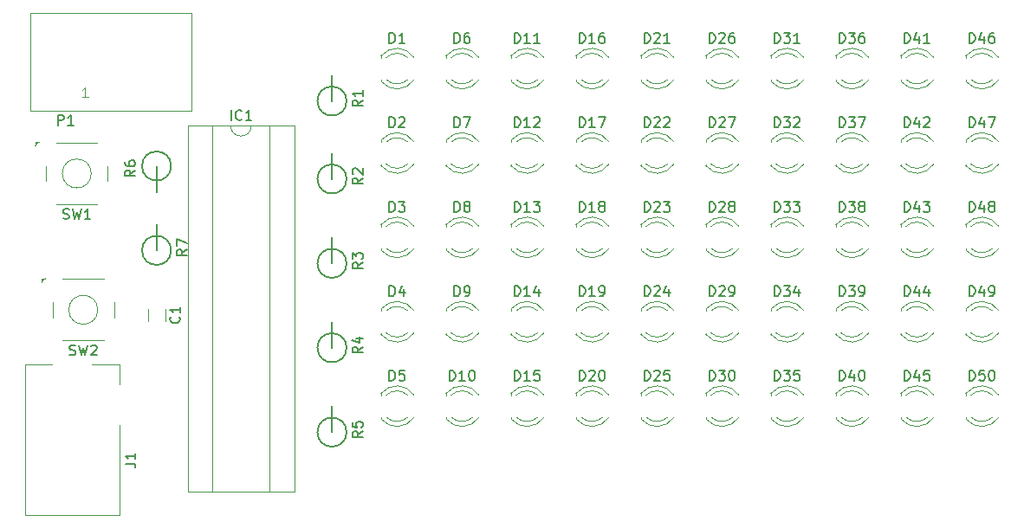
<source format=gto>
G04 #@! TF.FileFunction,Legend,Top*
%FSLAX46Y46*%
G04 Gerber Fmt 4.6, Leading zero omitted, Abs format (unit mm)*
G04 Created by KiCad (PCBNEW 4.0.6) date Wed Mar 22 15:21:32 2017*
%MOMM*%
%LPD*%
G01*
G04 APERTURE LIST*
%ADD10C,0.100000*%
%ADD11C,0.120000*%
%ADD12C,0.150000*%
G04 APERTURE END LIST*
D10*
D11*
X54995000Y-33300000D02*
X70735000Y-33300000D01*
X70735000Y-33300000D02*
X70735000Y-42900000D01*
X70735000Y-42900000D02*
X54995000Y-42900000D01*
X54995000Y-42900000D02*
X54995000Y-33300000D01*
X92477335Y-37656392D02*
G75*
G03X89245000Y-37499484I-1672335J-1078608D01*
G01*
X92477335Y-39813608D02*
G75*
G02X89245000Y-39970516I-1672335J1078608D01*
G01*
X91846130Y-37655163D02*
G75*
G03X89764039Y-37655000I-1041130J-1079837D01*
G01*
X91846130Y-39814837D02*
G75*
G02X89764039Y-39815000I-1041130J1079837D01*
G01*
X89245000Y-37499000D02*
X89245000Y-37655000D01*
X89245000Y-39815000D02*
X89245000Y-39971000D01*
X92477335Y-45911392D02*
G75*
G03X89245000Y-45754484I-1672335J-1078608D01*
G01*
X92477335Y-48068608D02*
G75*
G02X89245000Y-48225516I-1672335J1078608D01*
G01*
X91846130Y-45910163D02*
G75*
G03X89764039Y-45910000I-1041130J-1079837D01*
G01*
X91846130Y-48069837D02*
G75*
G02X89764039Y-48070000I-1041130J1079837D01*
G01*
X89245000Y-45754000D02*
X89245000Y-45910000D01*
X89245000Y-48070000D02*
X89245000Y-48226000D01*
X92477335Y-54166392D02*
G75*
G03X89245000Y-54009484I-1672335J-1078608D01*
G01*
X92477335Y-56323608D02*
G75*
G02X89245000Y-56480516I-1672335J1078608D01*
G01*
X91846130Y-54165163D02*
G75*
G03X89764039Y-54165000I-1041130J-1079837D01*
G01*
X91846130Y-56324837D02*
G75*
G02X89764039Y-56325000I-1041130J1079837D01*
G01*
X89245000Y-54009000D02*
X89245000Y-54165000D01*
X89245000Y-56325000D02*
X89245000Y-56481000D01*
X92477335Y-62421392D02*
G75*
G03X89245000Y-62264484I-1672335J-1078608D01*
G01*
X92477335Y-64578608D02*
G75*
G02X89245000Y-64735516I-1672335J1078608D01*
G01*
X91846130Y-62420163D02*
G75*
G03X89764039Y-62420000I-1041130J-1079837D01*
G01*
X91846130Y-64579837D02*
G75*
G02X89764039Y-64580000I-1041130J1079837D01*
G01*
X89245000Y-62264000D02*
X89245000Y-62420000D01*
X89245000Y-64580000D02*
X89245000Y-64736000D01*
X92477335Y-70676392D02*
G75*
G03X89245000Y-70519484I-1672335J-1078608D01*
G01*
X92477335Y-72833608D02*
G75*
G02X89245000Y-72990516I-1672335J1078608D01*
G01*
X91846130Y-70675163D02*
G75*
G03X89764039Y-70675000I-1041130J-1079837D01*
G01*
X91846130Y-72834837D02*
G75*
G02X89764039Y-72835000I-1041130J1079837D01*
G01*
X89245000Y-70519000D02*
X89245000Y-70675000D01*
X89245000Y-72835000D02*
X89245000Y-72991000D01*
X98827335Y-37656392D02*
G75*
G03X95595000Y-37499484I-1672335J-1078608D01*
G01*
X98827335Y-39813608D02*
G75*
G02X95595000Y-39970516I-1672335J1078608D01*
G01*
X98196130Y-37655163D02*
G75*
G03X96114039Y-37655000I-1041130J-1079837D01*
G01*
X98196130Y-39814837D02*
G75*
G02X96114039Y-39815000I-1041130J1079837D01*
G01*
X95595000Y-37499000D02*
X95595000Y-37655000D01*
X95595000Y-39815000D02*
X95595000Y-39971000D01*
X98827335Y-45911392D02*
G75*
G03X95595000Y-45754484I-1672335J-1078608D01*
G01*
X98827335Y-48068608D02*
G75*
G02X95595000Y-48225516I-1672335J1078608D01*
G01*
X98196130Y-45910163D02*
G75*
G03X96114039Y-45910000I-1041130J-1079837D01*
G01*
X98196130Y-48069837D02*
G75*
G02X96114039Y-48070000I-1041130J1079837D01*
G01*
X95595000Y-45754000D02*
X95595000Y-45910000D01*
X95595000Y-48070000D02*
X95595000Y-48226000D01*
X98827335Y-54166392D02*
G75*
G03X95595000Y-54009484I-1672335J-1078608D01*
G01*
X98827335Y-56323608D02*
G75*
G02X95595000Y-56480516I-1672335J1078608D01*
G01*
X98196130Y-54165163D02*
G75*
G03X96114039Y-54165000I-1041130J-1079837D01*
G01*
X98196130Y-56324837D02*
G75*
G02X96114039Y-56325000I-1041130J1079837D01*
G01*
X95595000Y-54009000D02*
X95595000Y-54165000D01*
X95595000Y-56325000D02*
X95595000Y-56481000D01*
X98827335Y-62421392D02*
G75*
G03X95595000Y-62264484I-1672335J-1078608D01*
G01*
X98827335Y-64578608D02*
G75*
G02X95595000Y-64735516I-1672335J1078608D01*
G01*
X98196130Y-62420163D02*
G75*
G03X96114039Y-62420000I-1041130J-1079837D01*
G01*
X98196130Y-64579837D02*
G75*
G02X96114039Y-64580000I-1041130J1079837D01*
G01*
X95595000Y-62264000D02*
X95595000Y-62420000D01*
X95595000Y-64580000D02*
X95595000Y-64736000D01*
X98827335Y-70676392D02*
G75*
G03X95595000Y-70519484I-1672335J-1078608D01*
G01*
X98827335Y-72833608D02*
G75*
G02X95595000Y-72990516I-1672335J1078608D01*
G01*
X98196130Y-70675163D02*
G75*
G03X96114039Y-70675000I-1041130J-1079837D01*
G01*
X98196130Y-72834837D02*
G75*
G02X96114039Y-72835000I-1041130J1079837D01*
G01*
X95595000Y-70519000D02*
X95595000Y-70675000D01*
X95595000Y-72835000D02*
X95595000Y-72991000D01*
X105177335Y-37656392D02*
G75*
G03X101945000Y-37499484I-1672335J-1078608D01*
G01*
X105177335Y-39813608D02*
G75*
G02X101945000Y-39970516I-1672335J1078608D01*
G01*
X104546130Y-37655163D02*
G75*
G03X102464039Y-37655000I-1041130J-1079837D01*
G01*
X104546130Y-39814837D02*
G75*
G02X102464039Y-39815000I-1041130J1079837D01*
G01*
X101945000Y-37499000D02*
X101945000Y-37655000D01*
X101945000Y-39815000D02*
X101945000Y-39971000D01*
X105177335Y-45911392D02*
G75*
G03X101945000Y-45754484I-1672335J-1078608D01*
G01*
X105177335Y-48068608D02*
G75*
G02X101945000Y-48225516I-1672335J1078608D01*
G01*
X104546130Y-45910163D02*
G75*
G03X102464039Y-45910000I-1041130J-1079837D01*
G01*
X104546130Y-48069837D02*
G75*
G02X102464039Y-48070000I-1041130J1079837D01*
G01*
X101945000Y-45754000D02*
X101945000Y-45910000D01*
X101945000Y-48070000D02*
X101945000Y-48226000D01*
X105177335Y-54166392D02*
G75*
G03X101945000Y-54009484I-1672335J-1078608D01*
G01*
X105177335Y-56323608D02*
G75*
G02X101945000Y-56480516I-1672335J1078608D01*
G01*
X104546130Y-54165163D02*
G75*
G03X102464039Y-54165000I-1041130J-1079837D01*
G01*
X104546130Y-56324837D02*
G75*
G02X102464039Y-56325000I-1041130J1079837D01*
G01*
X101945000Y-54009000D02*
X101945000Y-54165000D01*
X101945000Y-56325000D02*
X101945000Y-56481000D01*
X105177335Y-62421392D02*
G75*
G03X101945000Y-62264484I-1672335J-1078608D01*
G01*
X105177335Y-64578608D02*
G75*
G02X101945000Y-64735516I-1672335J1078608D01*
G01*
X104546130Y-62420163D02*
G75*
G03X102464039Y-62420000I-1041130J-1079837D01*
G01*
X104546130Y-64579837D02*
G75*
G02X102464039Y-64580000I-1041130J1079837D01*
G01*
X101945000Y-62264000D02*
X101945000Y-62420000D01*
X101945000Y-64580000D02*
X101945000Y-64736000D01*
X105177335Y-70676392D02*
G75*
G03X101945000Y-70519484I-1672335J-1078608D01*
G01*
X105177335Y-72833608D02*
G75*
G02X101945000Y-72990516I-1672335J1078608D01*
G01*
X104546130Y-70675163D02*
G75*
G03X102464039Y-70675000I-1041130J-1079837D01*
G01*
X104546130Y-72834837D02*
G75*
G02X102464039Y-72835000I-1041130J1079837D01*
G01*
X101945000Y-70519000D02*
X101945000Y-70675000D01*
X101945000Y-72835000D02*
X101945000Y-72991000D01*
X111527335Y-37656392D02*
G75*
G03X108295000Y-37499484I-1672335J-1078608D01*
G01*
X111527335Y-39813608D02*
G75*
G02X108295000Y-39970516I-1672335J1078608D01*
G01*
X110896130Y-37655163D02*
G75*
G03X108814039Y-37655000I-1041130J-1079837D01*
G01*
X110896130Y-39814837D02*
G75*
G02X108814039Y-39815000I-1041130J1079837D01*
G01*
X108295000Y-37499000D02*
X108295000Y-37655000D01*
X108295000Y-39815000D02*
X108295000Y-39971000D01*
X111527335Y-45911392D02*
G75*
G03X108295000Y-45754484I-1672335J-1078608D01*
G01*
X111527335Y-48068608D02*
G75*
G02X108295000Y-48225516I-1672335J1078608D01*
G01*
X110896130Y-45910163D02*
G75*
G03X108814039Y-45910000I-1041130J-1079837D01*
G01*
X110896130Y-48069837D02*
G75*
G02X108814039Y-48070000I-1041130J1079837D01*
G01*
X108295000Y-45754000D02*
X108295000Y-45910000D01*
X108295000Y-48070000D02*
X108295000Y-48226000D01*
X111527335Y-54166392D02*
G75*
G03X108295000Y-54009484I-1672335J-1078608D01*
G01*
X111527335Y-56323608D02*
G75*
G02X108295000Y-56480516I-1672335J1078608D01*
G01*
X110896130Y-54165163D02*
G75*
G03X108814039Y-54165000I-1041130J-1079837D01*
G01*
X110896130Y-56324837D02*
G75*
G02X108814039Y-56325000I-1041130J1079837D01*
G01*
X108295000Y-54009000D02*
X108295000Y-54165000D01*
X108295000Y-56325000D02*
X108295000Y-56481000D01*
X111527335Y-62421392D02*
G75*
G03X108295000Y-62264484I-1672335J-1078608D01*
G01*
X111527335Y-64578608D02*
G75*
G02X108295000Y-64735516I-1672335J1078608D01*
G01*
X110896130Y-62420163D02*
G75*
G03X108814039Y-62420000I-1041130J-1079837D01*
G01*
X110896130Y-64579837D02*
G75*
G02X108814039Y-64580000I-1041130J1079837D01*
G01*
X108295000Y-62264000D02*
X108295000Y-62420000D01*
X108295000Y-64580000D02*
X108295000Y-64736000D01*
X111527335Y-70676392D02*
G75*
G03X108295000Y-70519484I-1672335J-1078608D01*
G01*
X111527335Y-72833608D02*
G75*
G02X108295000Y-72990516I-1672335J1078608D01*
G01*
X110896130Y-70675163D02*
G75*
G03X108814039Y-70675000I-1041130J-1079837D01*
G01*
X110896130Y-72834837D02*
G75*
G02X108814039Y-72835000I-1041130J1079837D01*
G01*
X108295000Y-70519000D02*
X108295000Y-70675000D01*
X108295000Y-72835000D02*
X108295000Y-72991000D01*
X117877335Y-37656392D02*
G75*
G03X114645000Y-37499484I-1672335J-1078608D01*
G01*
X117877335Y-39813608D02*
G75*
G02X114645000Y-39970516I-1672335J1078608D01*
G01*
X117246130Y-37655163D02*
G75*
G03X115164039Y-37655000I-1041130J-1079837D01*
G01*
X117246130Y-39814837D02*
G75*
G02X115164039Y-39815000I-1041130J1079837D01*
G01*
X114645000Y-37499000D02*
X114645000Y-37655000D01*
X114645000Y-39815000D02*
X114645000Y-39971000D01*
X117877335Y-45911392D02*
G75*
G03X114645000Y-45754484I-1672335J-1078608D01*
G01*
X117877335Y-48068608D02*
G75*
G02X114645000Y-48225516I-1672335J1078608D01*
G01*
X117246130Y-45910163D02*
G75*
G03X115164039Y-45910000I-1041130J-1079837D01*
G01*
X117246130Y-48069837D02*
G75*
G02X115164039Y-48070000I-1041130J1079837D01*
G01*
X114645000Y-45754000D02*
X114645000Y-45910000D01*
X114645000Y-48070000D02*
X114645000Y-48226000D01*
X117877335Y-54166392D02*
G75*
G03X114645000Y-54009484I-1672335J-1078608D01*
G01*
X117877335Y-56323608D02*
G75*
G02X114645000Y-56480516I-1672335J1078608D01*
G01*
X117246130Y-54165163D02*
G75*
G03X115164039Y-54165000I-1041130J-1079837D01*
G01*
X117246130Y-56324837D02*
G75*
G02X115164039Y-56325000I-1041130J1079837D01*
G01*
X114645000Y-54009000D02*
X114645000Y-54165000D01*
X114645000Y-56325000D02*
X114645000Y-56481000D01*
X117877335Y-62421392D02*
G75*
G03X114645000Y-62264484I-1672335J-1078608D01*
G01*
X117877335Y-64578608D02*
G75*
G02X114645000Y-64735516I-1672335J1078608D01*
G01*
X117246130Y-62420163D02*
G75*
G03X115164039Y-62420000I-1041130J-1079837D01*
G01*
X117246130Y-64579837D02*
G75*
G02X115164039Y-64580000I-1041130J1079837D01*
G01*
X114645000Y-62264000D02*
X114645000Y-62420000D01*
X114645000Y-64580000D02*
X114645000Y-64736000D01*
X117877335Y-70676392D02*
G75*
G03X114645000Y-70519484I-1672335J-1078608D01*
G01*
X117877335Y-72833608D02*
G75*
G02X114645000Y-72990516I-1672335J1078608D01*
G01*
X117246130Y-70675163D02*
G75*
G03X115164039Y-70675000I-1041130J-1079837D01*
G01*
X117246130Y-72834837D02*
G75*
G02X115164039Y-72835000I-1041130J1079837D01*
G01*
X114645000Y-70519000D02*
X114645000Y-70675000D01*
X114645000Y-72835000D02*
X114645000Y-72991000D01*
X124227335Y-37656392D02*
G75*
G03X120995000Y-37499484I-1672335J-1078608D01*
G01*
X124227335Y-39813608D02*
G75*
G02X120995000Y-39970516I-1672335J1078608D01*
G01*
X123596130Y-37655163D02*
G75*
G03X121514039Y-37655000I-1041130J-1079837D01*
G01*
X123596130Y-39814837D02*
G75*
G02X121514039Y-39815000I-1041130J1079837D01*
G01*
X120995000Y-37499000D02*
X120995000Y-37655000D01*
X120995000Y-39815000D02*
X120995000Y-39971000D01*
X124227335Y-45911392D02*
G75*
G03X120995000Y-45754484I-1672335J-1078608D01*
G01*
X124227335Y-48068608D02*
G75*
G02X120995000Y-48225516I-1672335J1078608D01*
G01*
X123596130Y-45910163D02*
G75*
G03X121514039Y-45910000I-1041130J-1079837D01*
G01*
X123596130Y-48069837D02*
G75*
G02X121514039Y-48070000I-1041130J1079837D01*
G01*
X120995000Y-45754000D02*
X120995000Y-45910000D01*
X120995000Y-48070000D02*
X120995000Y-48226000D01*
X124227335Y-54166392D02*
G75*
G03X120995000Y-54009484I-1672335J-1078608D01*
G01*
X124227335Y-56323608D02*
G75*
G02X120995000Y-56480516I-1672335J1078608D01*
G01*
X123596130Y-54165163D02*
G75*
G03X121514039Y-54165000I-1041130J-1079837D01*
G01*
X123596130Y-56324837D02*
G75*
G02X121514039Y-56325000I-1041130J1079837D01*
G01*
X120995000Y-54009000D02*
X120995000Y-54165000D01*
X120995000Y-56325000D02*
X120995000Y-56481000D01*
X124227335Y-62421392D02*
G75*
G03X120995000Y-62264484I-1672335J-1078608D01*
G01*
X124227335Y-64578608D02*
G75*
G02X120995000Y-64735516I-1672335J1078608D01*
G01*
X123596130Y-62420163D02*
G75*
G03X121514039Y-62420000I-1041130J-1079837D01*
G01*
X123596130Y-64579837D02*
G75*
G02X121514039Y-64580000I-1041130J1079837D01*
G01*
X120995000Y-62264000D02*
X120995000Y-62420000D01*
X120995000Y-64580000D02*
X120995000Y-64736000D01*
X124227335Y-70676392D02*
G75*
G03X120995000Y-70519484I-1672335J-1078608D01*
G01*
X124227335Y-72833608D02*
G75*
G02X120995000Y-72990516I-1672335J1078608D01*
G01*
X123596130Y-70675163D02*
G75*
G03X121514039Y-70675000I-1041130J-1079837D01*
G01*
X123596130Y-72834837D02*
G75*
G02X121514039Y-72835000I-1041130J1079837D01*
G01*
X120995000Y-70519000D02*
X120995000Y-70675000D01*
X120995000Y-72835000D02*
X120995000Y-72991000D01*
X130577335Y-37656392D02*
G75*
G03X127345000Y-37499484I-1672335J-1078608D01*
G01*
X130577335Y-39813608D02*
G75*
G02X127345000Y-39970516I-1672335J1078608D01*
G01*
X129946130Y-37655163D02*
G75*
G03X127864039Y-37655000I-1041130J-1079837D01*
G01*
X129946130Y-39814837D02*
G75*
G02X127864039Y-39815000I-1041130J1079837D01*
G01*
X127345000Y-37499000D02*
X127345000Y-37655000D01*
X127345000Y-39815000D02*
X127345000Y-39971000D01*
X130577335Y-45911392D02*
G75*
G03X127345000Y-45754484I-1672335J-1078608D01*
G01*
X130577335Y-48068608D02*
G75*
G02X127345000Y-48225516I-1672335J1078608D01*
G01*
X129946130Y-45910163D02*
G75*
G03X127864039Y-45910000I-1041130J-1079837D01*
G01*
X129946130Y-48069837D02*
G75*
G02X127864039Y-48070000I-1041130J1079837D01*
G01*
X127345000Y-45754000D02*
X127345000Y-45910000D01*
X127345000Y-48070000D02*
X127345000Y-48226000D01*
X130577335Y-54166392D02*
G75*
G03X127345000Y-54009484I-1672335J-1078608D01*
G01*
X130577335Y-56323608D02*
G75*
G02X127345000Y-56480516I-1672335J1078608D01*
G01*
X129946130Y-54165163D02*
G75*
G03X127864039Y-54165000I-1041130J-1079837D01*
G01*
X129946130Y-56324837D02*
G75*
G02X127864039Y-56325000I-1041130J1079837D01*
G01*
X127345000Y-54009000D02*
X127345000Y-54165000D01*
X127345000Y-56325000D02*
X127345000Y-56481000D01*
X130577335Y-62421392D02*
G75*
G03X127345000Y-62264484I-1672335J-1078608D01*
G01*
X130577335Y-64578608D02*
G75*
G02X127345000Y-64735516I-1672335J1078608D01*
G01*
X129946130Y-62420163D02*
G75*
G03X127864039Y-62420000I-1041130J-1079837D01*
G01*
X129946130Y-64579837D02*
G75*
G02X127864039Y-64580000I-1041130J1079837D01*
G01*
X127345000Y-62264000D02*
X127345000Y-62420000D01*
X127345000Y-64580000D02*
X127345000Y-64736000D01*
X130577335Y-70676392D02*
G75*
G03X127345000Y-70519484I-1672335J-1078608D01*
G01*
X130577335Y-72833608D02*
G75*
G02X127345000Y-72990516I-1672335J1078608D01*
G01*
X129946130Y-70675163D02*
G75*
G03X127864039Y-70675000I-1041130J-1079837D01*
G01*
X129946130Y-72834837D02*
G75*
G02X127864039Y-72835000I-1041130J1079837D01*
G01*
X127345000Y-70519000D02*
X127345000Y-70675000D01*
X127345000Y-72835000D02*
X127345000Y-72991000D01*
X136927335Y-37656392D02*
G75*
G03X133695000Y-37499484I-1672335J-1078608D01*
G01*
X136927335Y-39813608D02*
G75*
G02X133695000Y-39970516I-1672335J1078608D01*
G01*
X136296130Y-37655163D02*
G75*
G03X134214039Y-37655000I-1041130J-1079837D01*
G01*
X136296130Y-39814837D02*
G75*
G02X134214039Y-39815000I-1041130J1079837D01*
G01*
X133695000Y-37499000D02*
X133695000Y-37655000D01*
X133695000Y-39815000D02*
X133695000Y-39971000D01*
X136927335Y-45911392D02*
G75*
G03X133695000Y-45754484I-1672335J-1078608D01*
G01*
X136927335Y-48068608D02*
G75*
G02X133695000Y-48225516I-1672335J1078608D01*
G01*
X136296130Y-45910163D02*
G75*
G03X134214039Y-45910000I-1041130J-1079837D01*
G01*
X136296130Y-48069837D02*
G75*
G02X134214039Y-48070000I-1041130J1079837D01*
G01*
X133695000Y-45754000D02*
X133695000Y-45910000D01*
X133695000Y-48070000D02*
X133695000Y-48226000D01*
X136927335Y-54166392D02*
G75*
G03X133695000Y-54009484I-1672335J-1078608D01*
G01*
X136927335Y-56323608D02*
G75*
G02X133695000Y-56480516I-1672335J1078608D01*
G01*
X136296130Y-54165163D02*
G75*
G03X134214039Y-54165000I-1041130J-1079837D01*
G01*
X136296130Y-56324837D02*
G75*
G02X134214039Y-56325000I-1041130J1079837D01*
G01*
X133695000Y-54009000D02*
X133695000Y-54165000D01*
X133695000Y-56325000D02*
X133695000Y-56481000D01*
X136927335Y-62421392D02*
G75*
G03X133695000Y-62264484I-1672335J-1078608D01*
G01*
X136927335Y-64578608D02*
G75*
G02X133695000Y-64735516I-1672335J1078608D01*
G01*
X136296130Y-62420163D02*
G75*
G03X134214039Y-62420000I-1041130J-1079837D01*
G01*
X136296130Y-64579837D02*
G75*
G02X134214039Y-64580000I-1041130J1079837D01*
G01*
X133695000Y-62264000D02*
X133695000Y-62420000D01*
X133695000Y-64580000D02*
X133695000Y-64736000D01*
X136927335Y-70676392D02*
G75*
G03X133695000Y-70519484I-1672335J-1078608D01*
G01*
X136927335Y-72833608D02*
G75*
G02X133695000Y-72990516I-1672335J1078608D01*
G01*
X136296130Y-70675163D02*
G75*
G03X134214039Y-70675000I-1041130J-1079837D01*
G01*
X136296130Y-72834837D02*
G75*
G02X134214039Y-72835000I-1041130J1079837D01*
G01*
X133695000Y-70519000D02*
X133695000Y-70675000D01*
X133695000Y-72835000D02*
X133695000Y-72991000D01*
X143277335Y-37656392D02*
G75*
G03X140045000Y-37499484I-1672335J-1078608D01*
G01*
X143277335Y-39813608D02*
G75*
G02X140045000Y-39970516I-1672335J1078608D01*
G01*
X142646130Y-37655163D02*
G75*
G03X140564039Y-37655000I-1041130J-1079837D01*
G01*
X142646130Y-39814837D02*
G75*
G02X140564039Y-39815000I-1041130J1079837D01*
G01*
X140045000Y-37499000D02*
X140045000Y-37655000D01*
X140045000Y-39815000D02*
X140045000Y-39971000D01*
X143277335Y-45911392D02*
G75*
G03X140045000Y-45754484I-1672335J-1078608D01*
G01*
X143277335Y-48068608D02*
G75*
G02X140045000Y-48225516I-1672335J1078608D01*
G01*
X142646130Y-45910163D02*
G75*
G03X140564039Y-45910000I-1041130J-1079837D01*
G01*
X142646130Y-48069837D02*
G75*
G02X140564039Y-48070000I-1041130J1079837D01*
G01*
X140045000Y-45754000D02*
X140045000Y-45910000D01*
X140045000Y-48070000D02*
X140045000Y-48226000D01*
X143277335Y-54166392D02*
G75*
G03X140045000Y-54009484I-1672335J-1078608D01*
G01*
X143277335Y-56323608D02*
G75*
G02X140045000Y-56480516I-1672335J1078608D01*
G01*
X142646130Y-54165163D02*
G75*
G03X140564039Y-54165000I-1041130J-1079837D01*
G01*
X142646130Y-56324837D02*
G75*
G02X140564039Y-56325000I-1041130J1079837D01*
G01*
X140045000Y-54009000D02*
X140045000Y-54165000D01*
X140045000Y-56325000D02*
X140045000Y-56481000D01*
X143277335Y-62421392D02*
G75*
G03X140045000Y-62264484I-1672335J-1078608D01*
G01*
X143277335Y-64578608D02*
G75*
G02X140045000Y-64735516I-1672335J1078608D01*
G01*
X142646130Y-62420163D02*
G75*
G03X140564039Y-62420000I-1041130J-1079837D01*
G01*
X142646130Y-64579837D02*
G75*
G02X140564039Y-64580000I-1041130J1079837D01*
G01*
X140045000Y-62264000D02*
X140045000Y-62420000D01*
X140045000Y-64580000D02*
X140045000Y-64736000D01*
X143277335Y-70676392D02*
G75*
G03X140045000Y-70519484I-1672335J-1078608D01*
G01*
X143277335Y-72833608D02*
G75*
G02X140045000Y-72990516I-1672335J1078608D01*
G01*
X142646130Y-70675163D02*
G75*
G03X140564039Y-70675000I-1041130J-1079837D01*
G01*
X142646130Y-72834837D02*
G75*
G02X140564039Y-72835000I-1041130J1079837D01*
G01*
X140045000Y-70519000D02*
X140045000Y-70675000D01*
X140045000Y-72835000D02*
X140045000Y-72991000D01*
X149627335Y-37656392D02*
G75*
G03X146395000Y-37499484I-1672335J-1078608D01*
G01*
X149627335Y-39813608D02*
G75*
G02X146395000Y-39970516I-1672335J1078608D01*
G01*
X148996130Y-37655163D02*
G75*
G03X146914039Y-37655000I-1041130J-1079837D01*
G01*
X148996130Y-39814837D02*
G75*
G02X146914039Y-39815000I-1041130J1079837D01*
G01*
X146395000Y-37499000D02*
X146395000Y-37655000D01*
X146395000Y-39815000D02*
X146395000Y-39971000D01*
X149627335Y-45911392D02*
G75*
G03X146395000Y-45754484I-1672335J-1078608D01*
G01*
X149627335Y-48068608D02*
G75*
G02X146395000Y-48225516I-1672335J1078608D01*
G01*
X148996130Y-45910163D02*
G75*
G03X146914039Y-45910000I-1041130J-1079837D01*
G01*
X148996130Y-48069837D02*
G75*
G02X146914039Y-48070000I-1041130J1079837D01*
G01*
X146395000Y-45754000D02*
X146395000Y-45910000D01*
X146395000Y-48070000D02*
X146395000Y-48226000D01*
X149627335Y-54166392D02*
G75*
G03X146395000Y-54009484I-1672335J-1078608D01*
G01*
X149627335Y-56323608D02*
G75*
G02X146395000Y-56480516I-1672335J1078608D01*
G01*
X148996130Y-54165163D02*
G75*
G03X146914039Y-54165000I-1041130J-1079837D01*
G01*
X148996130Y-56324837D02*
G75*
G02X146914039Y-56325000I-1041130J1079837D01*
G01*
X146395000Y-54009000D02*
X146395000Y-54165000D01*
X146395000Y-56325000D02*
X146395000Y-56481000D01*
X149627335Y-62421392D02*
G75*
G03X146395000Y-62264484I-1672335J-1078608D01*
G01*
X149627335Y-64578608D02*
G75*
G02X146395000Y-64735516I-1672335J1078608D01*
G01*
X148996130Y-62420163D02*
G75*
G03X146914039Y-62420000I-1041130J-1079837D01*
G01*
X148996130Y-64579837D02*
G75*
G02X146914039Y-64580000I-1041130J1079837D01*
G01*
X146395000Y-62264000D02*
X146395000Y-62420000D01*
X146395000Y-64580000D02*
X146395000Y-64736000D01*
X149627335Y-70676392D02*
G75*
G03X146395000Y-70519484I-1672335J-1078608D01*
G01*
X149627335Y-72833608D02*
G75*
G02X146395000Y-72990516I-1672335J1078608D01*
G01*
X148996130Y-70675163D02*
G75*
G03X146914039Y-70675000I-1041130J-1079837D01*
G01*
X148996130Y-72834837D02*
G75*
G02X146914039Y-72835000I-1041130J1079837D01*
G01*
X146395000Y-70519000D02*
X146395000Y-70675000D01*
X146395000Y-72835000D02*
X146395000Y-72991000D01*
X76565000Y-44330000D02*
G75*
G02X74565000Y-44330000I-1000000J0D01*
G01*
X74565000Y-44330000D02*
X72795000Y-44330000D01*
X72795000Y-44330000D02*
X72795000Y-80130000D01*
X72795000Y-80130000D02*
X78335000Y-80130000D01*
X78335000Y-80130000D02*
X78335000Y-44330000D01*
X78335000Y-44330000D02*
X76565000Y-44330000D01*
X70365000Y-44330000D02*
X70365000Y-80130000D01*
X70365000Y-80130000D02*
X80765000Y-80130000D01*
X80765000Y-80130000D02*
X80765000Y-44330000D01*
X80765000Y-44330000D02*
X70365000Y-44330000D01*
X55565000Y-45990000D02*
X55565000Y-46090000D01*
X55465000Y-45940000D02*
X55815000Y-45940000D01*
X55815000Y-45940000D02*
G75*
G03X55465000Y-46290000I700000J-1050000D01*
G01*
X55465000Y-45940000D02*
X55465000Y-46290000D01*
X60929214Y-48990000D02*
G75*
G03X60929214Y-48990000I-1414214J0D01*
G01*
X57515000Y-51990000D02*
X61515000Y-51990000D01*
X57515000Y-45990000D02*
X61515000Y-45990000D01*
X56515000Y-49740000D02*
X56515000Y-48240000D01*
X62515000Y-48240000D02*
X62515000Y-49740000D01*
D10*
X56515000Y-48990000D02*
X56515000Y-48990000D01*
X61515000Y-51990000D02*
X57515000Y-51990000D01*
X61515000Y-45990000D02*
X57515000Y-45990000D01*
X62515000Y-48990000D02*
X62515000Y-48990000D01*
X60929214Y-48990000D02*
G75*
G03X60929214Y-48990000I-1414214J0D01*
G01*
D11*
X56200000Y-59325000D02*
X56200000Y-59425000D01*
X56100000Y-59275000D02*
X56450000Y-59275000D01*
X56450000Y-59275000D02*
G75*
G03X56100000Y-59625000I700000J-1050000D01*
G01*
X56100000Y-59275000D02*
X56100000Y-59625000D01*
X61564214Y-62325000D02*
G75*
G03X61564214Y-62325000I-1414214J0D01*
G01*
X58150000Y-65325000D02*
X62150000Y-65325000D01*
X58150000Y-59325000D02*
X62150000Y-59325000D01*
X57150000Y-63075000D02*
X57150000Y-61575000D01*
X63150000Y-61575000D02*
X63150000Y-63075000D01*
D10*
X57150000Y-62325000D02*
X57150000Y-62325000D01*
X62150000Y-65325000D02*
X58150000Y-65325000D01*
X62150000Y-59325000D02*
X58150000Y-59325000D01*
X63150000Y-62325000D02*
X63150000Y-62325000D01*
X61564214Y-62325000D02*
G75*
G03X61564214Y-62325000I-1414214J0D01*
G01*
D12*
X84455000Y-41910000D02*
X84455000Y-39370000D01*
X85874903Y-41910000D02*
G75*
G03X85874903Y-41910000I-1419903J0D01*
G01*
X84455000Y-49530000D02*
X84455000Y-46990000D01*
X85874903Y-49530000D02*
G75*
G03X85874903Y-49530000I-1419903J0D01*
G01*
X84455000Y-57785000D02*
X84455000Y-55245000D01*
X85874903Y-57785000D02*
G75*
G03X85874903Y-57785000I-1419903J0D01*
G01*
X84455000Y-66040000D02*
X84455000Y-63500000D01*
X85874903Y-66040000D02*
G75*
G03X85874903Y-66040000I-1419903J0D01*
G01*
X84455000Y-74295000D02*
X84455000Y-71755000D01*
X85874903Y-74295000D02*
G75*
G03X85874903Y-74295000I-1419903J0D01*
G01*
X67310000Y-48260000D02*
X67310000Y-50800000D01*
X68729903Y-48260000D02*
G75*
G03X68729903Y-48260000I-1419903J0D01*
G01*
X67310000Y-56515000D02*
X67310000Y-53975000D01*
X68729903Y-56515000D02*
G75*
G03X68729903Y-56515000I-1419903J0D01*
G01*
D11*
X68171000Y-62258000D02*
X68171000Y-63432000D01*
X66449000Y-62258000D02*
X66449000Y-63432000D01*
X63655000Y-73580000D02*
X63655000Y-82380000D01*
X63655000Y-82380000D02*
X54455000Y-82380000D01*
X60955000Y-67680000D02*
X63655000Y-67680000D01*
X63655000Y-67680000D02*
X63655000Y-69580000D01*
X54455000Y-82380000D02*
X54455000Y-67680000D01*
X54455000Y-67680000D02*
X57055000Y-67680000D01*
D12*
X57681905Y-44267381D02*
X57681905Y-43267381D01*
X58062858Y-43267381D01*
X58158096Y-43315000D01*
X58205715Y-43362619D01*
X58253334Y-43457857D01*
X58253334Y-43600714D01*
X58205715Y-43695952D01*
X58158096Y-43743571D01*
X58062858Y-43791190D01*
X57681905Y-43791190D01*
X59205715Y-44267381D02*
X58634286Y-44267381D01*
X58920000Y-44267381D02*
X58920000Y-43267381D01*
X58824762Y-43410238D01*
X58729524Y-43505476D01*
X58634286Y-43553095D01*
D11*
X60630715Y-41542381D02*
X60059286Y-41542381D01*
X60345000Y-41542381D02*
X60345000Y-40542381D01*
X60249762Y-40685238D01*
X60154524Y-40780476D01*
X60059286Y-40828095D01*
D12*
X90066905Y-36227381D02*
X90066905Y-35227381D01*
X90305000Y-35227381D01*
X90447858Y-35275000D01*
X90543096Y-35370238D01*
X90590715Y-35465476D01*
X90638334Y-35655952D01*
X90638334Y-35798810D01*
X90590715Y-35989286D01*
X90543096Y-36084524D01*
X90447858Y-36179762D01*
X90305000Y-36227381D01*
X90066905Y-36227381D01*
X91590715Y-36227381D02*
X91019286Y-36227381D01*
X91305000Y-36227381D02*
X91305000Y-35227381D01*
X91209762Y-35370238D01*
X91114524Y-35465476D01*
X91019286Y-35513095D01*
X90066905Y-44482381D02*
X90066905Y-43482381D01*
X90305000Y-43482381D01*
X90447858Y-43530000D01*
X90543096Y-43625238D01*
X90590715Y-43720476D01*
X90638334Y-43910952D01*
X90638334Y-44053810D01*
X90590715Y-44244286D01*
X90543096Y-44339524D01*
X90447858Y-44434762D01*
X90305000Y-44482381D01*
X90066905Y-44482381D01*
X91019286Y-43577619D02*
X91066905Y-43530000D01*
X91162143Y-43482381D01*
X91400239Y-43482381D01*
X91495477Y-43530000D01*
X91543096Y-43577619D01*
X91590715Y-43672857D01*
X91590715Y-43768095D01*
X91543096Y-43910952D01*
X90971667Y-44482381D01*
X91590715Y-44482381D01*
X90066905Y-52737381D02*
X90066905Y-51737381D01*
X90305000Y-51737381D01*
X90447858Y-51785000D01*
X90543096Y-51880238D01*
X90590715Y-51975476D01*
X90638334Y-52165952D01*
X90638334Y-52308810D01*
X90590715Y-52499286D01*
X90543096Y-52594524D01*
X90447858Y-52689762D01*
X90305000Y-52737381D01*
X90066905Y-52737381D01*
X90971667Y-51737381D02*
X91590715Y-51737381D01*
X91257381Y-52118333D01*
X91400239Y-52118333D01*
X91495477Y-52165952D01*
X91543096Y-52213571D01*
X91590715Y-52308810D01*
X91590715Y-52546905D01*
X91543096Y-52642143D01*
X91495477Y-52689762D01*
X91400239Y-52737381D01*
X91114524Y-52737381D01*
X91019286Y-52689762D01*
X90971667Y-52642143D01*
X90066905Y-60992381D02*
X90066905Y-59992381D01*
X90305000Y-59992381D01*
X90447858Y-60040000D01*
X90543096Y-60135238D01*
X90590715Y-60230476D01*
X90638334Y-60420952D01*
X90638334Y-60563810D01*
X90590715Y-60754286D01*
X90543096Y-60849524D01*
X90447858Y-60944762D01*
X90305000Y-60992381D01*
X90066905Y-60992381D01*
X91495477Y-60325714D02*
X91495477Y-60992381D01*
X91257381Y-59944762D02*
X91019286Y-60659048D01*
X91638334Y-60659048D01*
X90066905Y-69247381D02*
X90066905Y-68247381D01*
X90305000Y-68247381D01*
X90447858Y-68295000D01*
X90543096Y-68390238D01*
X90590715Y-68485476D01*
X90638334Y-68675952D01*
X90638334Y-68818810D01*
X90590715Y-69009286D01*
X90543096Y-69104524D01*
X90447858Y-69199762D01*
X90305000Y-69247381D01*
X90066905Y-69247381D01*
X91543096Y-68247381D02*
X91066905Y-68247381D01*
X91019286Y-68723571D01*
X91066905Y-68675952D01*
X91162143Y-68628333D01*
X91400239Y-68628333D01*
X91495477Y-68675952D01*
X91543096Y-68723571D01*
X91590715Y-68818810D01*
X91590715Y-69056905D01*
X91543096Y-69152143D01*
X91495477Y-69199762D01*
X91400239Y-69247381D01*
X91162143Y-69247381D01*
X91066905Y-69199762D01*
X91019286Y-69152143D01*
X96416905Y-36227381D02*
X96416905Y-35227381D01*
X96655000Y-35227381D01*
X96797858Y-35275000D01*
X96893096Y-35370238D01*
X96940715Y-35465476D01*
X96988334Y-35655952D01*
X96988334Y-35798810D01*
X96940715Y-35989286D01*
X96893096Y-36084524D01*
X96797858Y-36179762D01*
X96655000Y-36227381D01*
X96416905Y-36227381D01*
X97845477Y-35227381D02*
X97655000Y-35227381D01*
X97559762Y-35275000D01*
X97512143Y-35322619D01*
X97416905Y-35465476D01*
X97369286Y-35655952D01*
X97369286Y-36036905D01*
X97416905Y-36132143D01*
X97464524Y-36179762D01*
X97559762Y-36227381D01*
X97750239Y-36227381D01*
X97845477Y-36179762D01*
X97893096Y-36132143D01*
X97940715Y-36036905D01*
X97940715Y-35798810D01*
X97893096Y-35703571D01*
X97845477Y-35655952D01*
X97750239Y-35608333D01*
X97559762Y-35608333D01*
X97464524Y-35655952D01*
X97416905Y-35703571D01*
X97369286Y-35798810D01*
X96416905Y-44482381D02*
X96416905Y-43482381D01*
X96655000Y-43482381D01*
X96797858Y-43530000D01*
X96893096Y-43625238D01*
X96940715Y-43720476D01*
X96988334Y-43910952D01*
X96988334Y-44053810D01*
X96940715Y-44244286D01*
X96893096Y-44339524D01*
X96797858Y-44434762D01*
X96655000Y-44482381D01*
X96416905Y-44482381D01*
X97321667Y-43482381D02*
X97988334Y-43482381D01*
X97559762Y-44482381D01*
X96416905Y-52737381D02*
X96416905Y-51737381D01*
X96655000Y-51737381D01*
X96797858Y-51785000D01*
X96893096Y-51880238D01*
X96940715Y-51975476D01*
X96988334Y-52165952D01*
X96988334Y-52308810D01*
X96940715Y-52499286D01*
X96893096Y-52594524D01*
X96797858Y-52689762D01*
X96655000Y-52737381D01*
X96416905Y-52737381D01*
X97559762Y-52165952D02*
X97464524Y-52118333D01*
X97416905Y-52070714D01*
X97369286Y-51975476D01*
X97369286Y-51927857D01*
X97416905Y-51832619D01*
X97464524Y-51785000D01*
X97559762Y-51737381D01*
X97750239Y-51737381D01*
X97845477Y-51785000D01*
X97893096Y-51832619D01*
X97940715Y-51927857D01*
X97940715Y-51975476D01*
X97893096Y-52070714D01*
X97845477Y-52118333D01*
X97750239Y-52165952D01*
X97559762Y-52165952D01*
X97464524Y-52213571D01*
X97416905Y-52261190D01*
X97369286Y-52356429D01*
X97369286Y-52546905D01*
X97416905Y-52642143D01*
X97464524Y-52689762D01*
X97559762Y-52737381D01*
X97750239Y-52737381D01*
X97845477Y-52689762D01*
X97893096Y-52642143D01*
X97940715Y-52546905D01*
X97940715Y-52356429D01*
X97893096Y-52261190D01*
X97845477Y-52213571D01*
X97750239Y-52165952D01*
X96416905Y-60992381D02*
X96416905Y-59992381D01*
X96655000Y-59992381D01*
X96797858Y-60040000D01*
X96893096Y-60135238D01*
X96940715Y-60230476D01*
X96988334Y-60420952D01*
X96988334Y-60563810D01*
X96940715Y-60754286D01*
X96893096Y-60849524D01*
X96797858Y-60944762D01*
X96655000Y-60992381D01*
X96416905Y-60992381D01*
X97464524Y-60992381D02*
X97655000Y-60992381D01*
X97750239Y-60944762D01*
X97797858Y-60897143D01*
X97893096Y-60754286D01*
X97940715Y-60563810D01*
X97940715Y-60182857D01*
X97893096Y-60087619D01*
X97845477Y-60040000D01*
X97750239Y-59992381D01*
X97559762Y-59992381D01*
X97464524Y-60040000D01*
X97416905Y-60087619D01*
X97369286Y-60182857D01*
X97369286Y-60420952D01*
X97416905Y-60516190D01*
X97464524Y-60563810D01*
X97559762Y-60611429D01*
X97750239Y-60611429D01*
X97845477Y-60563810D01*
X97893096Y-60516190D01*
X97940715Y-60420952D01*
X95940714Y-69247381D02*
X95940714Y-68247381D01*
X96178809Y-68247381D01*
X96321667Y-68295000D01*
X96416905Y-68390238D01*
X96464524Y-68485476D01*
X96512143Y-68675952D01*
X96512143Y-68818810D01*
X96464524Y-69009286D01*
X96416905Y-69104524D01*
X96321667Y-69199762D01*
X96178809Y-69247381D01*
X95940714Y-69247381D01*
X97464524Y-69247381D02*
X96893095Y-69247381D01*
X97178809Y-69247381D02*
X97178809Y-68247381D01*
X97083571Y-68390238D01*
X96988333Y-68485476D01*
X96893095Y-68533095D01*
X98083571Y-68247381D02*
X98178810Y-68247381D01*
X98274048Y-68295000D01*
X98321667Y-68342619D01*
X98369286Y-68437857D01*
X98416905Y-68628333D01*
X98416905Y-68866429D01*
X98369286Y-69056905D01*
X98321667Y-69152143D01*
X98274048Y-69199762D01*
X98178810Y-69247381D01*
X98083571Y-69247381D01*
X97988333Y-69199762D01*
X97940714Y-69152143D01*
X97893095Y-69056905D01*
X97845476Y-68866429D01*
X97845476Y-68628333D01*
X97893095Y-68437857D01*
X97940714Y-68342619D01*
X97988333Y-68295000D01*
X98083571Y-68247381D01*
X102290714Y-36227381D02*
X102290714Y-35227381D01*
X102528809Y-35227381D01*
X102671667Y-35275000D01*
X102766905Y-35370238D01*
X102814524Y-35465476D01*
X102862143Y-35655952D01*
X102862143Y-35798810D01*
X102814524Y-35989286D01*
X102766905Y-36084524D01*
X102671667Y-36179762D01*
X102528809Y-36227381D01*
X102290714Y-36227381D01*
X103814524Y-36227381D02*
X103243095Y-36227381D01*
X103528809Y-36227381D02*
X103528809Y-35227381D01*
X103433571Y-35370238D01*
X103338333Y-35465476D01*
X103243095Y-35513095D01*
X104766905Y-36227381D02*
X104195476Y-36227381D01*
X104481190Y-36227381D02*
X104481190Y-35227381D01*
X104385952Y-35370238D01*
X104290714Y-35465476D01*
X104195476Y-35513095D01*
X102290714Y-44482381D02*
X102290714Y-43482381D01*
X102528809Y-43482381D01*
X102671667Y-43530000D01*
X102766905Y-43625238D01*
X102814524Y-43720476D01*
X102862143Y-43910952D01*
X102862143Y-44053810D01*
X102814524Y-44244286D01*
X102766905Y-44339524D01*
X102671667Y-44434762D01*
X102528809Y-44482381D01*
X102290714Y-44482381D01*
X103814524Y-44482381D02*
X103243095Y-44482381D01*
X103528809Y-44482381D02*
X103528809Y-43482381D01*
X103433571Y-43625238D01*
X103338333Y-43720476D01*
X103243095Y-43768095D01*
X104195476Y-43577619D02*
X104243095Y-43530000D01*
X104338333Y-43482381D01*
X104576429Y-43482381D01*
X104671667Y-43530000D01*
X104719286Y-43577619D01*
X104766905Y-43672857D01*
X104766905Y-43768095D01*
X104719286Y-43910952D01*
X104147857Y-44482381D01*
X104766905Y-44482381D01*
X102290714Y-52737381D02*
X102290714Y-51737381D01*
X102528809Y-51737381D01*
X102671667Y-51785000D01*
X102766905Y-51880238D01*
X102814524Y-51975476D01*
X102862143Y-52165952D01*
X102862143Y-52308810D01*
X102814524Y-52499286D01*
X102766905Y-52594524D01*
X102671667Y-52689762D01*
X102528809Y-52737381D01*
X102290714Y-52737381D01*
X103814524Y-52737381D02*
X103243095Y-52737381D01*
X103528809Y-52737381D02*
X103528809Y-51737381D01*
X103433571Y-51880238D01*
X103338333Y-51975476D01*
X103243095Y-52023095D01*
X104147857Y-51737381D02*
X104766905Y-51737381D01*
X104433571Y-52118333D01*
X104576429Y-52118333D01*
X104671667Y-52165952D01*
X104719286Y-52213571D01*
X104766905Y-52308810D01*
X104766905Y-52546905D01*
X104719286Y-52642143D01*
X104671667Y-52689762D01*
X104576429Y-52737381D01*
X104290714Y-52737381D01*
X104195476Y-52689762D01*
X104147857Y-52642143D01*
X102290714Y-60992381D02*
X102290714Y-59992381D01*
X102528809Y-59992381D01*
X102671667Y-60040000D01*
X102766905Y-60135238D01*
X102814524Y-60230476D01*
X102862143Y-60420952D01*
X102862143Y-60563810D01*
X102814524Y-60754286D01*
X102766905Y-60849524D01*
X102671667Y-60944762D01*
X102528809Y-60992381D01*
X102290714Y-60992381D01*
X103814524Y-60992381D02*
X103243095Y-60992381D01*
X103528809Y-60992381D02*
X103528809Y-59992381D01*
X103433571Y-60135238D01*
X103338333Y-60230476D01*
X103243095Y-60278095D01*
X104671667Y-60325714D02*
X104671667Y-60992381D01*
X104433571Y-59944762D02*
X104195476Y-60659048D01*
X104814524Y-60659048D01*
X102290714Y-69247381D02*
X102290714Y-68247381D01*
X102528809Y-68247381D01*
X102671667Y-68295000D01*
X102766905Y-68390238D01*
X102814524Y-68485476D01*
X102862143Y-68675952D01*
X102862143Y-68818810D01*
X102814524Y-69009286D01*
X102766905Y-69104524D01*
X102671667Y-69199762D01*
X102528809Y-69247381D01*
X102290714Y-69247381D01*
X103814524Y-69247381D02*
X103243095Y-69247381D01*
X103528809Y-69247381D02*
X103528809Y-68247381D01*
X103433571Y-68390238D01*
X103338333Y-68485476D01*
X103243095Y-68533095D01*
X104719286Y-68247381D02*
X104243095Y-68247381D01*
X104195476Y-68723571D01*
X104243095Y-68675952D01*
X104338333Y-68628333D01*
X104576429Y-68628333D01*
X104671667Y-68675952D01*
X104719286Y-68723571D01*
X104766905Y-68818810D01*
X104766905Y-69056905D01*
X104719286Y-69152143D01*
X104671667Y-69199762D01*
X104576429Y-69247381D01*
X104338333Y-69247381D01*
X104243095Y-69199762D01*
X104195476Y-69152143D01*
X108640714Y-36227381D02*
X108640714Y-35227381D01*
X108878809Y-35227381D01*
X109021667Y-35275000D01*
X109116905Y-35370238D01*
X109164524Y-35465476D01*
X109212143Y-35655952D01*
X109212143Y-35798810D01*
X109164524Y-35989286D01*
X109116905Y-36084524D01*
X109021667Y-36179762D01*
X108878809Y-36227381D01*
X108640714Y-36227381D01*
X110164524Y-36227381D02*
X109593095Y-36227381D01*
X109878809Y-36227381D02*
X109878809Y-35227381D01*
X109783571Y-35370238D01*
X109688333Y-35465476D01*
X109593095Y-35513095D01*
X111021667Y-35227381D02*
X110831190Y-35227381D01*
X110735952Y-35275000D01*
X110688333Y-35322619D01*
X110593095Y-35465476D01*
X110545476Y-35655952D01*
X110545476Y-36036905D01*
X110593095Y-36132143D01*
X110640714Y-36179762D01*
X110735952Y-36227381D01*
X110926429Y-36227381D01*
X111021667Y-36179762D01*
X111069286Y-36132143D01*
X111116905Y-36036905D01*
X111116905Y-35798810D01*
X111069286Y-35703571D01*
X111021667Y-35655952D01*
X110926429Y-35608333D01*
X110735952Y-35608333D01*
X110640714Y-35655952D01*
X110593095Y-35703571D01*
X110545476Y-35798810D01*
X108640714Y-44482381D02*
X108640714Y-43482381D01*
X108878809Y-43482381D01*
X109021667Y-43530000D01*
X109116905Y-43625238D01*
X109164524Y-43720476D01*
X109212143Y-43910952D01*
X109212143Y-44053810D01*
X109164524Y-44244286D01*
X109116905Y-44339524D01*
X109021667Y-44434762D01*
X108878809Y-44482381D01*
X108640714Y-44482381D01*
X110164524Y-44482381D02*
X109593095Y-44482381D01*
X109878809Y-44482381D02*
X109878809Y-43482381D01*
X109783571Y-43625238D01*
X109688333Y-43720476D01*
X109593095Y-43768095D01*
X110497857Y-43482381D02*
X111164524Y-43482381D01*
X110735952Y-44482381D01*
X108640714Y-52737381D02*
X108640714Y-51737381D01*
X108878809Y-51737381D01*
X109021667Y-51785000D01*
X109116905Y-51880238D01*
X109164524Y-51975476D01*
X109212143Y-52165952D01*
X109212143Y-52308810D01*
X109164524Y-52499286D01*
X109116905Y-52594524D01*
X109021667Y-52689762D01*
X108878809Y-52737381D01*
X108640714Y-52737381D01*
X110164524Y-52737381D02*
X109593095Y-52737381D01*
X109878809Y-52737381D02*
X109878809Y-51737381D01*
X109783571Y-51880238D01*
X109688333Y-51975476D01*
X109593095Y-52023095D01*
X110735952Y-52165952D02*
X110640714Y-52118333D01*
X110593095Y-52070714D01*
X110545476Y-51975476D01*
X110545476Y-51927857D01*
X110593095Y-51832619D01*
X110640714Y-51785000D01*
X110735952Y-51737381D01*
X110926429Y-51737381D01*
X111021667Y-51785000D01*
X111069286Y-51832619D01*
X111116905Y-51927857D01*
X111116905Y-51975476D01*
X111069286Y-52070714D01*
X111021667Y-52118333D01*
X110926429Y-52165952D01*
X110735952Y-52165952D01*
X110640714Y-52213571D01*
X110593095Y-52261190D01*
X110545476Y-52356429D01*
X110545476Y-52546905D01*
X110593095Y-52642143D01*
X110640714Y-52689762D01*
X110735952Y-52737381D01*
X110926429Y-52737381D01*
X111021667Y-52689762D01*
X111069286Y-52642143D01*
X111116905Y-52546905D01*
X111116905Y-52356429D01*
X111069286Y-52261190D01*
X111021667Y-52213571D01*
X110926429Y-52165952D01*
X108640714Y-60992381D02*
X108640714Y-59992381D01*
X108878809Y-59992381D01*
X109021667Y-60040000D01*
X109116905Y-60135238D01*
X109164524Y-60230476D01*
X109212143Y-60420952D01*
X109212143Y-60563810D01*
X109164524Y-60754286D01*
X109116905Y-60849524D01*
X109021667Y-60944762D01*
X108878809Y-60992381D01*
X108640714Y-60992381D01*
X110164524Y-60992381D02*
X109593095Y-60992381D01*
X109878809Y-60992381D02*
X109878809Y-59992381D01*
X109783571Y-60135238D01*
X109688333Y-60230476D01*
X109593095Y-60278095D01*
X110640714Y-60992381D02*
X110831190Y-60992381D01*
X110926429Y-60944762D01*
X110974048Y-60897143D01*
X111069286Y-60754286D01*
X111116905Y-60563810D01*
X111116905Y-60182857D01*
X111069286Y-60087619D01*
X111021667Y-60040000D01*
X110926429Y-59992381D01*
X110735952Y-59992381D01*
X110640714Y-60040000D01*
X110593095Y-60087619D01*
X110545476Y-60182857D01*
X110545476Y-60420952D01*
X110593095Y-60516190D01*
X110640714Y-60563810D01*
X110735952Y-60611429D01*
X110926429Y-60611429D01*
X111021667Y-60563810D01*
X111069286Y-60516190D01*
X111116905Y-60420952D01*
X108640714Y-69247381D02*
X108640714Y-68247381D01*
X108878809Y-68247381D01*
X109021667Y-68295000D01*
X109116905Y-68390238D01*
X109164524Y-68485476D01*
X109212143Y-68675952D01*
X109212143Y-68818810D01*
X109164524Y-69009286D01*
X109116905Y-69104524D01*
X109021667Y-69199762D01*
X108878809Y-69247381D01*
X108640714Y-69247381D01*
X109593095Y-68342619D02*
X109640714Y-68295000D01*
X109735952Y-68247381D01*
X109974048Y-68247381D01*
X110069286Y-68295000D01*
X110116905Y-68342619D01*
X110164524Y-68437857D01*
X110164524Y-68533095D01*
X110116905Y-68675952D01*
X109545476Y-69247381D01*
X110164524Y-69247381D01*
X110783571Y-68247381D02*
X110878810Y-68247381D01*
X110974048Y-68295000D01*
X111021667Y-68342619D01*
X111069286Y-68437857D01*
X111116905Y-68628333D01*
X111116905Y-68866429D01*
X111069286Y-69056905D01*
X111021667Y-69152143D01*
X110974048Y-69199762D01*
X110878810Y-69247381D01*
X110783571Y-69247381D01*
X110688333Y-69199762D01*
X110640714Y-69152143D01*
X110593095Y-69056905D01*
X110545476Y-68866429D01*
X110545476Y-68628333D01*
X110593095Y-68437857D01*
X110640714Y-68342619D01*
X110688333Y-68295000D01*
X110783571Y-68247381D01*
X114990714Y-36227381D02*
X114990714Y-35227381D01*
X115228809Y-35227381D01*
X115371667Y-35275000D01*
X115466905Y-35370238D01*
X115514524Y-35465476D01*
X115562143Y-35655952D01*
X115562143Y-35798810D01*
X115514524Y-35989286D01*
X115466905Y-36084524D01*
X115371667Y-36179762D01*
X115228809Y-36227381D01*
X114990714Y-36227381D01*
X115943095Y-35322619D02*
X115990714Y-35275000D01*
X116085952Y-35227381D01*
X116324048Y-35227381D01*
X116419286Y-35275000D01*
X116466905Y-35322619D01*
X116514524Y-35417857D01*
X116514524Y-35513095D01*
X116466905Y-35655952D01*
X115895476Y-36227381D01*
X116514524Y-36227381D01*
X117466905Y-36227381D02*
X116895476Y-36227381D01*
X117181190Y-36227381D02*
X117181190Y-35227381D01*
X117085952Y-35370238D01*
X116990714Y-35465476D01*
X116895476Y-35513095D01*
X114990714Y-44482381D02*
X114990714Y-43482381D01*
X115228809Y-43482381D01*
X115371667Y-43530000D01*
X115466905Y-43625238D01*
X115514524Y-43720476D01*
X115562143Y-43910952D01*
X115562143Y-44053810D01*
X115514524Y-44244286D01*
X115466905Y-44339524D01*
X115371667Y-44434762D01*
X115228809Y-44482381D01*
X114990714Y-44482381D01*
X115943095Y-43577619D02*
X115990714Y-43530000D01*
X116085952Y-43482381D01*
X116324048Y-43482381D01*
X116419286Y-43530000D01*
X116466905Y-43577619D01*
X116514524Y-43672857D01*
X116514524Y-43768095D01*
X116466905Y-43910952D01*
X115895476Y-44482381D01*
X116514524Y-44482381D01*
X116895476Y-43577619D02*
X116943095Y-43530000D01*
X117038333Y-43482381D01*
X117276429Y-43482381D01*
X117371667Y-43530000D01*
X117419286Y-43577619D01*
X117466905Y-43672857D01*
X117466905Y-43768095D01*
X117419286Y-43910952D01*
X116847857Y-44482381D01*
X117466905Y-44482381D01*
X114990714Y-52737381D02*
X114990714Y-51737381D01*
X115228809Y-51737381D01*
X115371667Y-51785000D01*
X115466905Y-51880238D01*
X115514524Y-51975476D01*
X115562143Y-52165952D01*
X115562143Y-52308810D01*
X115514524Y-52499286D01*
X115466905Y-52594524D01*
X115371667Y-52689762D01*
X115228809Y-52737381D01*
X114990714Y-52737381D01*
X115943095Y-51832619D02*
X115990714Y-51785000D01*
X116085952Y-51737381D01*
X116324048Y-51737381D01*
X116419286Y-51785000D01*
X116466905Y-51832619D01*
X116514524Y-51927857D01*
X116514524Y-52023095D01*
X116466905Y-52165952D01*
X115895476Y-52737381D01*
X116514524Y-52737381D01*
X116847857Y-51737381D02*
X117466905Y-51737381D01*
X117133571Y-52118333D01*
X117276429Y-52118333D01*
X117371667Y-52165952D01*
X117419286Y-52213571D01*
X117466905Y-52308810D01*
X117466905Y-52546905D01*
X117419286Y-52642143D01*
X117371667Y-52689762D01*
X117276429Y-52737381D01*
X116990714Y-52737381D01*
X116895476Y-52689762D01*
X116847857Y-52642143D01*
X114990714Y-60992381D02*
X114990714Y-59992381D01*
X115228809Y-59992381D01*
X115371667Y-60040000D01*
X115466905Y-60135238D01*
X115514524Y-60230476D01*
X115562143Y-60420952D01*
X115562143Y-60563810D01*
X115514524Y-60754286D01*
X115466905Y-60849524D01*
X115371667Y-60944762D01*
X115228809Y-60992381D01*
X114990714Y-60992381D01*
X115943095Y-60087619D02*
X115990714Y-60040000D01*
X116085952Y-59992381D01*
X116324048Y-59992381D01*
X116419286Y-60040000D01*
X116466905Y-60087619D01*
X116514524Y-60182857D01*
X116514524Y-60278095D01*
X116466905Y-60420952D01*
X115895476Y-60992381D01*
X116514524Y-60992381D01*
X117371667Y-60325714D02*
X117371667Y-60992381D01*
X117133571Y-59944762D02*
X116895476Y-60659048D01*
X117514524Y-60659048D01*
X114990714Y-69247381D02*
X114990714Y-68247381D01*
X115228809Y-68247381D01*
X115371667Y-68295000D01*
X115466905Y-68390238D01*
X115514524Y-68485476D01*
X115562143Y-68675952D01*
X115562143Y-68818810D01*
X115514524Y-69009286D01*
X115466905Y-69104524D01*
X115371667Y-69199762D01*
X115228809Y-69247381D01*
X114990714Y-69247381D01*
X115943095Y-68342619D02*
X115990714Y-68295000D01*
X116085952Y-68247381D01*
X116324048Y-68247381D01*
X116419286Y-68295000D01*
X116466905Y-68342619D01*
X116514524Y-68437857D01*
X116514524Y-68533095D01*
X116466905Y-68675952D01*
X115895476Y-69247381D01*
X116514524Y-69247381D01*
X117419286Y-68247381D02*
X116943095Y-68247381D01*
X116895476Y-68723571D01*
X116943095Y-68675952D01*
X117038333Y-68628333D01*
X117276429Y-68628333D01*
X117371667Y-68675952D01*
X117419286Y-68723571D01*
X117466905Y-68818810D01*
X117466905Y-69056905D01*
X117419286Y-69152143D01*
X117371667Y-69199762D01*
X117276429Y-69247381D01*
X117038333Y-69247381D01*
X116943095Y-69199762D01*
X116895476Y-69152143D01*
X121340714Y-36227381D02*
X121340714Y-35227381D01*
X121578809Y-35227381D01*
X121721667Y-35275000D01*
X121816905Y-35370238D01*
X121864524Y-35465476D01*
X121912143Y-35655952D01*
X121912143Y-35798810D01*
X121864524Y-35989286D01*
X121816905Y-36084524D01*
X121721667Y-36179762D01*
X121578809Y-36227381D01*
X121340714Y-36227381D01*
X122293095Y-35322619D02*
X122340714Y-35275000D01*
X122435952Y-35227381D01*
X122674048Y-35227381D01*
X122769286Y-35275000D01*
X122816905Y-35322619D01*
X122864524Y-35417857D01*
X122864524Y-35513095D01*
X122816905Y-35655952D01*
X122245476Y-36227381D01*
X122864524Y-36227381D01*
X123721667Y-35227381D02*
X123531190Y-35227381D01*
X123435952Y-35275000D01*
X123388333Y-35322619D01*
X123293095Y-35465476D01*
X123245476Y-35655952D01*
X123245476Y-36036905D01*
X123293095Y-36132143D01*
X123340714Y-36179762D01*
X123435952Y-36227381D01*
X123626429Y-36227381D01*
X123721667Y-36179762D01*
X123769286Y-36132143D01*
X123816905Y-36036905D01*
X123816905Y-35798810D01*
X123769286Y-35703571D01*
X123721667Y-35655952D01*
X123626429Y-35608333D01*
X123435952Y-35608333D01*
X123340714Y-35655952D01*
X123293095Y-35703571D01*
X123245476Y-35798810D01*
X121340714Y-44482381D02*
X121340714Y-43482381D01*
X121578809Y-43482381D01*
X121721667Y-43530000D01*
X121816905Y-43625238D01*
X121864524Y-43720476D01*
X121912143Y-43910952D01*
X121912143Y-44053810D01*
X121864524Y-44244286D01*
X121816905Y-44339524D01*
X121721667Y-44434762D01*
X121578809Y-44482381D01*
X121340714Y-44482381D01*
X122293095Y-43577619D02*
X122340714Y-43530000D01*
X122435952Y-43482381D01*
X122674048Y-43482381D01*
X122769286Y-43530000D01*
X122816905Y-43577619D01*
X122864524Y-43672857D01*
X122864524Y-43768095D01*
X122816905Y-43910952D01*
X122245476Y-44482381D01*
X122864524Y-44482381D01*
X123197857Y-43482381D02*
X123864524Y-43482381D01*
X123435952Y-44482381D01*
X121340714Y-52737381D02*
X121340714Y-51737381D01*
X121578809Y-51737381D01*
X121721667Y-51785000D01*
X121816905Y-51880238D01*
X121864524Y-51975476D01*
X121912143Y-52165952D01*
X121912143Y-52308810D01*
X121864524Y-52499286D01*
X121816905Y-52594524D01*
X121721667Y-52689762D01*
X121578809Y-52737381D01*
X121340714Y-52737381D01*
X122293095Y-51832619D02*
X122340714Y-51785000D01*
X122435952Y-51737381D01*
X122674048Y-51737381D01*
X122769286Y-51785000D01*
X122816905Y-51832619D01*
X122864524Y-51927857D01*
X122864524Y-52023095D01*
X122816905Y-52165952D01*
X122245476Y-52737381D01*
X122864524Y-52737381D01*
X123435952Y-52165952D02*
X123340714Y-52118333D01*
X123293095Y-52070714D01*
X123245476Y-51975476D01*
X123245476Y-51927857D01*
X123293095Y-51832619D01*
X123340714Y-51785000D01*
X123435952Y-51737381D01*
X123626429Y-51737381D01*
X123721667Y-51785000D01*
X123769286Y-51832619D01*
X123816905Y-51927857D01*
X123816905Y-51975476D01*
X123769286Y-52070714D01*
X123721667Y-52118333D01*
X123626429Y-52165952D01*
X123435952Y-52165952D01*
X123340714Y-52213571D01*
X123293095Y-52261190D01*
X123245476Y-52356429D01*
X123245476Y-52546905D01*
X123293095Y-52642143D01*
X123340714Y-52689762D01*
X123435952Y-52737381D01*
X123626429Y-52737381D01*
X123721667Y-52689762D01*
X123769286Y-52642143D01*
X123816905Y-52546905D01*
X123816905Y-52356429D01*
X123769286Y-52261190D01*
X123721667Y-52213571D01*
X123626429Y-52165952D01*
X121340714Y-60992381D02*
X121340714Y-59992381D01*
X121578809Y-59992381D01*
X121721667Y-60040000D01*
X121816905Y-60135238D01*
X121864524Y-60230476D01*
X121912143Y-60420952D01*
X121912143Y-60563810D01*
X121864524Y-60754286D01*
X121816905Y-60849524D01*
X121721667Y-60944762D01*
X121578809Y-60992381D01*
X121340714Y-60992381D01*
X122293095Y-60087619D02*
X122340714Y-60040000D01*
X122435952Y-59992381D01*
X122674048Y-59992381D01*
X122769286Y-60040000D01*
X122816905Y-60087619D01*
X122864524Y-60182857D01*
X122864524Y-60278095D01*
X122816905Y-60420952D01*
X122245476Y-60992381D01*
X122864524Y-60992381D01*
X123340714Y-60992381D02*
X123531190Y-60992381D01*
X123626429Y-60944762D01*
X123674048Y-60897143D01*
X123769286Y-60754286D01*
X123816905Y-60563810D01*
X123816905Y-60182857D01*
X123769286Y-60087619D01*
X123721667Y-60040000D01*
X123626429Y-59992381D01*
X123435952Y-59992381D01*
X123340714Y-60040000D01*
X123293095Y-60087619D01*
X123245476Y-60182857D01*
X123245476Y-60420952D01*
X123293095Y-60516190D01*
X123340714Y-60563810D01*
X123435952Y-60611429D01*
X123626429Y-60611429D01*
X123721667Y-60563810D01*
X123769286Y-60516190D01*
X123816905Y-60420952D01*
X121340714Y-69247381D02*
X121340714Y-68247381D01*
X121578809Y-68247381D01*
X121721667Y-68295000D01*
X121816905Y-68390238D01*
X121864524Y-68485476D01*
X121912143Y-68675952D01*
X121912143Y-68818810D01*
X121864524Y-69009286D01*
X121816905Y-69104524D01*
X121721667Y-69199762D01*
X121578809Y-69247381D01*
X121340714Y-69247381D01*
X122245476Y-68247381D02*
X122864524Y-68247381D01*
X122531190Y-68628333D01*
X122674048Y-68628333D01*
X122769286Y-68675952D01*
X122816905Y-68723571D01*
X122864524Y-68818810D01*
X122864524Y-69056905D01*
X122816905Y-69152143D01*
X122769286Y-69199762D01*
X122674048Y-69247381D01*
X122388333Y-69247381D01*
X122293095Y-69199762D01*
X122245476Y-69152143D01*
X123483571Y-68247381D02*
X123578810Y-68247381D01*
X123674048Y-68295000D01*
X123721667Y-68342619D01*
X123769286Y-68437857D01*
X123816905Y-68628333D01*
X123816905Y-68866429D01*
X123769286Y-69056905D01*
X123721667Y-69152143D01*
X123674048Y-69199762D01*
X123578810Y-69247381D01*
X123483571Y-69247381D01*
X123388333Y-69199762D01*
X123340714Y-69152143D01*
X123293095Y-69056905D01*
X123245476Y-68866429D01*
X123245476Y-68628333D01*
X123293095Y-68437857D01*
X123340714Y-68342619D01*
X123388333Y-68295000D01*
X123483571Y-68247381D01*
X127690714Y-36227381D02*
X127690714Y-35227381D01*
X127928809Y-35227381D01*
X128071667Y-35275000D01*
X128166905Y-35370238D01*
X128214524Y-35465476D01*
X128262143Y-35655952D01*
X128262143Y-35798810D01*
X128214524Y-35989286D01*
X128166905Y-36084524D01*
X128071667Y-36179762D01*
X127928809Y-36227381D01*
X127690714Y-36227381D01*
X128595476Y-35227381D02*
X129214524Y-35227381D01*
X128881190Y-35608333D01*
X129024048Y-35608333D01*
X129119286Y-35655952D01*
X129166905Y-35703571D01*
X129214524Y-35798810D01*
X129214524Y-36036905D01*
X129166905Y-36132143D01*
X129119286Y-36179762D01*
X129024048Y-36227381D01*
X128738333Y-36227381D01*
X128643095Y-36179762D01*
X128595476Y-36132143D01*
X130166905Y-36227381D02*
X129595476Y-36227381D01*
X129881190Y-36227381D02*
X129881190Y-35227381D01*
X129785952Y-35370238D01*
X129690714Y-35465476D01*
X129595476Y-35513095D01*
X127690714Y-44482381D02*
X127690714Y-43482381D01*
X127928809Y-43482381D01*
X128071667Y-43530000D01*
X128166905Y-43625238D01*
X128214524Y-43720476D01*
X128262143Y-43910952D01*
X128262143Y-44053810D01*
X128214524Y-44244286D01*
X128166905Y-44339524D01*
X128071667Y-44434762D01*
X127928809Y-44482381D01*
X127690714Y-44482381D01*
X128595476Y-43482381D02*
X129214524Y-43482381D01*
X128881190Y-43863333D01*
X129024048Y-43863333D01*
X129119286Y-43910952D01*
X129166905Y-43958571D01*
X129214524Y-44053810D01*
X129214524Y-44291905D01*
X129166905Y-44387143D01*
X129119286Y-44434762D01*
X129024048Y-44482381D01*
X128738333Y-44482381D01*
X128643095Y-44434762D01*
X128595476Y-44387143D01*
X129595476Y-43577619D02*
X129643095Y-43530000D01*
X129738333Y-43482381D01*
X129976429Y-43482381D01*
X130071667Y-43530000D01*
X130119286Y-43577619D01*
X130166905Y-43672857D01*
X130166905Y-43768095D01*
X130119286Y-43910952D01*
X129547857Y-44482381D01*
X130166905Y-44482381D01*
X127690714Y-52737381D02*
X127690714Y-51737381D01*
X127928809Y-51737381D01*
X128071667Y-51785000D01*
X128166905Y-51880238D01*
X128214524Y-51975476D01*
X128262143Y-52165952D01*
X128262143Y-52308810D01*
X128214524Y-52499286D01*
X128166905Y-52594524D01*
X128071667Y-52689762D01*
X127928809Y-52737381D01*
X127690714Y-52737381D01*
X128595476Y-51737381D02*
X129214524Y-51737381D01*
X128881190Y-52118333D01*
X129024048Y-52118333D01*
X129119286Y-52165952D01*
X129166905Y-52213571D01*
X129214524Y-52308810D01*
X129214524Y-52546905D01*
X129166905Y-52642143D01*
X129119286Y-52689762D01*
X129024048Y-52737381D01*
X128738333Y-52737381D01*
X128643095Y-52689762D01*
X128595476Y-52642143D01*
X129547857Y-51737381D02*
X130166905Y-51737381D01*
X129833571Y-52118333D01*
X129976429Y-52118333D01*
X130071667Y-52165952D01*
X130119286Y-52213571D01*
X130166905Y-52308810D01*
X130166905Y-52546905D01*
X130119286Y-52642143D01*
X130071667Y-52689762D01*
X129976429Y-52737381D01*
X129690714Y-52737381D01*
X129595476Y-52689762D01*
X129547857Y-52642143D01*
X127690714Y-60992381D02*
X127690714Y-59992381D01*
X127928809Y-59992381D01*
X128071667Y-60040000D01*
X128166905Y-60135238D01*
X128214524Y-60230476D01*
X128262143Y-60420952D01*
X128262143Y-60563810D01*
X128214524Y-60754286D01*
X128166905Y-60849524D01*
X128071667Y-60944762D01*
X127928809Y-60992381D01*
X127690714Y-60992381D01*
X128595476Y-59992381D02*
X129214524Y-59992381D01*
X128881190Y-60373333D01*
X129024048Y-60373333D01*
X129119286Y-60420952D01*
X129166905Y-60468571D01*
X129214524Y-60563810D01*
X129214524Y-60801905D01*
X129166905Y-60897143D01*
X129119286Y-60944762D01*
X129024048Y-60992381D01*
X128738333Y-60992381D01*
X128643095Y-60944762D01*
X128595476Y-60897143D01*
X130071667Y-60325714D02*
X130071667Y-60992381D01*
X129833571Y-59944762D02*
X129595476Y-60659048D01*
X130214524Y-60659048D01*
X127690714Y-69247381D02*
X127690714Y-68247381D01*
X127928809Y-68247381D01*
X128071667Y-68295000D01*
X128166905Y-68390238D01*
X128214524Y-68485476D01*
X128262143Y-68675952D01*
X128262143Y-68818810D01*
X128214524Y-69009286D01*
X128166905Y-69104524D01*
X128071667Y-69199762D01*
X127928809Y-69247381D01*
X127690714Y-69247381D01*
X128595476Y-68247381D02*
X129214524Y-68247381D01*
X128881190Y-68628333D01*
X129024048Y-68628333D01*
X129119286Y-68675952D01*
X129166905Y-68723571D01*
X129214524Y-68818810D01*
X129214524Y-69056905D01*
X129166905Y-69152143D01*
X129119286Y-69199762D01*
X129024048Y-69247381D01*
X128738333Y-69247381D01*
X128643095Y-69199762D01*
X128595476Y-69152143D01*
X130119286Y-68247381D02*
X129643095Y-68247381D01*
X129595476Y-68723571D01*
X129643095Y-68675952D01*
X129738333Y-68628333D01*
X129976429Y-68628333D01*
X130071667Y-68675952D01*
X130119286Y-68723571D01*
X130166905Y-68818810D01*
X130166905Y-69056905D01*
X130119286Y-69152143D01*
X130071667Y-69199762D01*
X129976429Y-69247381D01*
X129738333Y-69247381D01*
X129643095Y-69199762D01*
X129595476Y-69152143D01*
X134040714Y-36227381D02*
X134040714Y-35227381D01*
X134278809Y-35227381D01*
X134421667Y-35275000D01*
X134516905Y-35370238D01*
X134564524Y-35465476D01*
X134612143Y-35655952D01*
X134612143Y-35798810D01*
X134564524Y-35989286D01*
X134516905Y-36084524D01*
X134421667Y-36179762D01*
X134278809Y-36227381D01*
X134040714Y-36227381D01*
X134945476Y-35227381D02*
X135564524Y-35227381D01*
X135231190Y-35608333D01*
X135374048Y-35608333D01*
X135469286Y-35655952D01*
X135516905Y-35703571D01*
X135564524Y-35798810D01*
X135564524Y-36036905D01*
X135516905Y-36132143D01*
X135469286Y-36179762D01*
X135374048Y-36227381D01*
X135088333Y-36227381D01*
X134993095Y-36179762D01*
X134945476Y-36132143D01*
X136421667Y-35227381D02*
X136231190Y-35227381D01*
X136135952Y-35275000D01*
X136088333Y-35322619D01*
X135993095Y-35465476D01*
X135945476Y-35655952D01*
X135945476Y-36036905D01*
X135993095Y-36132143D01*
X136040714Y-36179762D01*
X136135952Y-36227381D01*
X136326429Y-36227381D01*
X136421667Y-36179762D01*
X136469286Y-36132143D01*
X136516905Y-36036905D01*
X136516905Y-35798810D01*
X136469286Y-35703571D01*
X136421667Y-35655952D01*
X136326429Y-35608333D01*
X136135952Y-35608333D01*
X136040714Y-35655952D01*
X135993095Y-35703571D01*
X135945476Y-35798810D01*
X134040714Y-44482381D02*
X134040714Y-43482381D01*
X134278809Y-43482381D01*
X134421667Y-43530000D01*
X134516905Y-43625238D01*
X134564524Y-43720476D01*
X134612143Y-43910952D01*
X134612143Y-44053810D01*
X134564524Y-44244286D01*
X134516905Y-44339524D01*
X134421667Y-44434762D01*
X134278809Y-44482381D01*
X134040714Y-44482381D01*
X134945476Y-43482381D02*
X135564524Y-43482381D01*
X135231190Y-43863333D01*
X135374048Y-43863333D01*
X135469286Y-43910952D01*
X135516905Y-43958571D01*
X135564524Y-44053810D01*
X135564524Y-44291905D01*
X135516905Y-44387143D01*
X135469286Y-44434762D01*
X135374048Y-44482381D01*
X135088333Y-44482381D01*
X134993095Y-44434762D01*
X134945476Y-44387143D01*
X135897857Y-43482381D02*
X136564524Y-43482381D01*
X136135952Y-44482381D01*
X134040714Y-52737381D02*
X134040714Y-51737381D01*
X134278809Y-51737381D01*
X134421667Y-51785000D01*
X134516905Y-51880238D01*
X134564524Y-51975476D01*
X134612143Y-52165952D01*
X134612143Y-52308810D01*
X134564524Y-52499286D01*
X134516905Y-52594524D01*
X134421667Y-52689762D01*
X134278809Y-52737381D01*
X134040714Y-52737381D01*
X134945476Y-51737381D02*
X135564524Y-51737381D01*
X135231190Y-52118333D01*
X135374048Y-52118333D01*
X135469286Y-52165952D01*
X135516905Y-52213571D01*
X135564524Y-52308810D01*
X135564524Y-52546905D01*
X135516905Y-52642143D01*
X135469286Y-52689762D01*
X135374048Y-52737381D01*
X135088333Y-52737381D01*
X134993095Y-52689762D01*
X134945476Y-52642143D01*
X136135952Y-52165952D02*
X136040714Y-52118333D01*
X135993095Y-52070714D01*
X135945476Y-51975476D01*
X135945476Y-51927857D01*
X135993095Y-51832619D01*
X136040714Y-51785000D01*
X136135952Y-51737381D01*
X136326429Y-51737381D01*
X136421667Y-51785000D01*
X136469286Y-51832619D01*
X136516905Y-51927857D01*
X136516905Y-51975476D01*
X136469286Y-52070714D01*
X136421667Y-52118333D01*
X136326429Y-52165952D01*
X136135952Y-52165952D01*
X136040714Y-52213571D01*
X135993095Y-52261190D01*
X135945476Y-52356429D01*
X135945476Y-52546905D01*
X135993095Y-52642143D01*
X136040714Y-52689762D01*
X136135952Y-52737381D01*
X136326429Y-52737381D01*
X136421667Y-52689762D01*
X136469286Y-52642143D01*
X136516905Y-52546905D01*
X136516905Y-52356429D01*
X136469286Y-52261190D01*
X136421667Y-52213571D01*
X136326429Y-52165952D01*
X134040714Y-60992381D02*
X134040714Y-59992381D01*
X134278809Y-59992381D01*
X134421667Y-60040000D01*
X134516905Y-60135238D01*
X134564524Y-60230476D01*
X134612143Y-60420952D01*
X134612143Y-60563810D01*
X134564524Y-60754286D01*
X134516905Y-60849524D01*
X134421667Y-60944762D01*
X134278809Y-60992381D01*
X134040714Y-60992381D01*
X134945476Y-59992381D02*
X135564524Y-59992381D01*
X135231190Y-60373333D01*
X135374048Y-60373333D01*
X135469286Y-60420952D01*
X135516905Y-60468571D01*
X135564524Y-60563810D01*
X135564524Y-60801905D01*
X135516905Y-60897143D01*
X135469286Y-60944762D01*
X135374048Y-60992381D01*
X135088333Y-60992381D01*
X134993095Y-60944762D01*
X134945476Y-60897143D01*
X136040714Y-60992381D02*
X136231190Y-60992381D01*
X136326429Y-60944762D01*
X136374048Y-60897143D01*
X136469286Y-60754286D01*
X136516905Y-60563810D01*
X136516905Y-60182857D01*
X136469286Y-60087619D01*
X136421667Y-60040000D01*
X136326429Y-59992381D01*
X136135952Y-59992381D01*
X136040714Y-60040000D01*
X135993095Y-60087619D01*
X135945476Y-60182857D01*
X135945476Y-60420952D01*
X135993095Y-60516190D01*
X136040714Y-60563810D01*
X136135952Y-60611429D01*
X136326429Y-60611429D01*
X136421667Y-60563810D01*
X136469286Y-60516190D01*
X136516905Y-60420952D01*
X134040714Y-69247381D02*
X134040714Y-68247381D01*
X134278809Y-68247381D01*
X134421667Y-68295000D01*
X134516905Y-68390238D01*
X134564524Y-68485476D01*
X134612143Y-68675952D01*
X134612143Y-68818810D01*
X134564524Y-69009286D01*
X134516905Y-69104524D01*
X134421667Y-69199762D01*
X134278809Y-69247381D01*
X134040714Y-69247381D01*
X135469286Y-68580714D02*
X135469286Y-69247381D01*
X135231190Y-68199762D02*
X134993095Y-68914048D01*
X135612143Y-68914048D01*
X136183571Y-68247381D02*
X136278810Y-68247381D01*
X136374048Y-68295000D01*
X136421667Y-68342619D01*
X136469286Y-68437857D01*
X136516905Y-68628333D01*
X136516905Y-68866429D01*
X136469286Y-69056905D01*
X136421667Y-69152143D01*
X136374048Y-69199762D01*
X136278810Y-69247381D01*
X136183571Y-69247381D01*
X136088333Y-69199762D01*
X136040714Y-69152143D01*
X135993095Y-69056905D01*
X135945476Y-68866429D01*
X135945476Y-68628333D01*
X135993095Y-68437857D01*
X136040714Y-68342619D01*
X136088333Y-68295000D01*
X136183571Y-68247381D01*
X140390714Y-36227381D02*
X140390714Y-35227381D01*
X140628809Y-35227381D01*
X140771667Y-35275000D01*
X140866905Y-35370238D01*
X140914524Y-35465476D01*
X140962143Y-35655952D01*
X140962143Y-35798810D01*
X140914524Y-35989286D01*
X140866905Y-36084524D01*
X140771667Y-36179762D01*
X140628809Y-36227381D01*
X140390714Y-36227381D01*
X141819286Y-35560714D02*
X141819286Y-36227381D01*
X141581190Y-35179762D02*
X141343095Y-35894048D01*
X141962143Y-35894048D01*
X142866905Y-36227381D02*
X142295476Y-36227381D01*
X142581190Y-36227381D02*
X142581190Y-35227381D01*
X142485952Y-35370238D01*
X142390714Y-35465476D01*
X142295476Y-35513095D01*
X140390714Y-44482381D02*
X140390714Y-43482381D01*
X140628809Y-43482381D01*
X140771667Y-43530000D01*
X140866905Y-43625238D01*
X140914524Y-43720476D01*
X140962143Y-43910952D01*
X140962143Y-44053810D01*
X140914524Y-44244286D01*
X140866905Y-44339524D01*
X140771667Y-44434762D01*
X140628809Y-44482381D01*
X140390714Y-44482381D01*
X141819286Y-43815714D02*
X141819286Y-44482381D01*
X141581190Y-43434762D02*
X141343095Y-44149048D01*
X141962143Y-44149048D01*
X142295476Y-43577619D02*
X142343095Y-43530000D01*
X142438333Y-43482381D01*
X142676429Y-43482381D01*
X142771667Y-43530000D01*
X142819286Y-43577619D01*
X142866905Y-43672857D01*
X142866905Y-43768095D01*
X142819286Y-43910952D01*
X142247857Y-44482381D01*
X142866905Y-44482381D01*
X140390714Y-52737381D02*
X140390714Y-51737381D01*
X140628809Y-51737381D01*
X140771667Y-51785000D01*
X140866905Y-51880238D01*
X140914524Y-51975476D01*
X140962143Y-52165952D01*
X140962143Y-52308810D01*
X140914524Y-52499286D01*
X140866905Y-52594524D01*
X140771667Y-52689762D01*
X140628809Y-52737381D01*
X140390714Y-52737381D01*
X141819286Y-52070714D02*
X141819286Y-52737381D01*
X141581190Y-51689762D02*
X141343095Y-52404048D01*
X141962143Y-52404048D01*
X142247857Y-51737381D02*
X142866905Y-51737381D01*
X142533571Y-52118333D01*
X142676429Y-52118333D01*
X142771667Y-52165952D01*
X142819286Y-52213571D01*
X142866905Y-52308810D01*
X142866905Y-52546905D01*
X142819286Y-52642143D01*
X142771667Y-52689762D01*
X142676429Y-52737381D01*
X142390714Y-52737381D01*
X142295476Y-52689762D01*
X142247857Y-52642143D01*
X140390714Y-60992381D02*
X140390714Y-59992381D01*
X140628809Y-59992381D01*
X140771667Y-60040000D01*
X140866905Y-60135238D01*
X140914524Y-60230476D01*
X140962143Y-60420952D01*
X140962143Y-60563810D01*
X140914524Y-60754286D01*
X140866905Y-60849524D01*
X140771667Y-60944762D01*
X140628809Y-60992381D01*
X140390714Y-60992381D01*
X141819286Y-60325714D02*
X141819286Y-60992381D01*
X141581190Y-59944762D02*
X141343095Y-60659048D01*
X141962143Y-60659048D01*
X142771667Y-60325714D02*
X142771667Y-60992381D01*
X142533571Y-59944762D02*
X142295476Y-60659048D01*
X142914524Y-60659048D01*
X140390714Y-69247381D02*
X140390714Y-68247381D01*
X140628809Y-68247381D01*
X140771667Y-68295000D01*
X140866905Y-68390238D01*
X140914524Y-68485476D01*
X140962143Y-68675952D01*
X140962143Y-68818810D01*
X140914524Y-69009286D01*
X140866905Y-69104524D01*
X140771667Y-69199762D01*
X140628809Y-69247381D01*
X140390714Y-69247381D01*
X141819286Y-68580714D02*
X141819286Y-69247381D01*
X141581190Y-68199762D02*
X141343095Y-68914048D01*
X141962143Y-68914048D01*
X142819286Y-68247381D02*
X142343095Y-68247381D01*
X142295476Y-68723571D01*
X142343095Y-68675952D01*
X142438333Y-68628333D01*
X142676429Y-68628333D01*
X142771667Y-68675952D01*
X142819286Y-68723571D01*
X142866905Y-68818810D01*
X142866905Y-69056905D01*
X142819286Y-69152143D01*
X142771667Y-69199762D01*
X142676429Y-69247381D01*
X142438333Y-69247381D01*
X142343095Y-69199762D01*
X142295476Y-69152143D01*
X146740714Y-36227381D02*
X146740714Y-35227381D01*
X146978809Y-35227381D01*
X147121667Y-35275000D01*
X147216905Y-35370238D01*
X147264524Y-35465476D01*
X147312143Y-35655952D01*
X147312143Y-35798810D01*
X147264524Y-35989286D01*
X147216905Y-36084524D01*
X147121667Y-36179762D01*
X146978809Y-36227381D01*
X146740714Y-36227381D01*
X148169286Y-35560714D02*
X148169286Y-36227381D01*
X147931190Y-35179762D02*
X147693095Y-35894048D01*
X148312143Y-35894048D01*
X149121667Y-35227381D02*
X148931190Y-35227381D01*
X148835952Y-35275000D01*
X148788333Y-35322619D01*
X148693095Y-35465476D01*
X148645476Y-35655952D01*
X148645476Y-36036905D01*
X148693095Y-36132143D01*
X148740714Y-36179762D01*
X148835952Y-36227381D01*
X149026429Y-36227381D01*
X149121667Y-36179762D01*
X149169286Y-36132143D01*
X149216905Y-36036905D01*
X149216905Y-35798810D01*
X149169286Y-35703571D01*
X149121667Y-35655952D01*
X149026429Y-35608333D01*
X148835952Y-35608333D01*
X148740714Y-35655952D01*
X148693095Y-35703571D01*
X148645476Y-35798810D01*
X146740714Y-44482381D02*
X146740714Y-43482381D01*
X146978809Y-43482381D01*
X147121667Y-43530000D01*
X147216905Y-43625238D01*
X147264524Y-43720476D01*
X147312143Y-43910952D01*
X147312143Y-44053810D01*
X147264524Y-44244286D01*
X147216905Y-44339524D01*
X147121667Y-44434762D01*
X146978809Y-44482381D01*
X146740714Y-44482381D01*
X148169286Y-43815714D02*
X148169286Y-44482381D01*
X147931190Y-43434762D02*
X147693095Y-44149048D01*
X148312143Y-44149048D01*
X148597857Y-43482381D02*
X149264524Y-43482381D01*
X148835952Y-44482381D01*
X146740714Y-52737381D02*
X146740714Y-51737381D01*
X146978809Y-51737381D01*
X147121667Y-51785000D01*
X147216905Y-51880238D01*
X147264524Y-51975476D01*
X147312143Y-52165952D01*
X147312143Y-52308810D01*
X147264524Y-52499286D01*
X147216905Y-52594524D01*
X147121667Y-52689762D01*
X146978809Y-52737381D01*
X146740714Y-52737381D01*
X148169286Y-52070714D02*
X148169286Y-52737381D01*
X147931190Y-51689762D02*
X147693095Y-52404048D01*
X148312143Y-52404048D01*
X148835952Y-52165952D02*
X148740714Y-52118333D01*
X148693095Y-52070714D01*
X148645476Y-51975476D01*
X148645476Y-51927857D01*
X148693095Y-51832619D01*
X148740714Y-51785000D01*
X148835952Y-51737381D01*
X149026429Y-51737381D01*
X149121667Y-51785000D01*
X149169286Y-51832619D01*
X149216905Y-51927857D01*
X149216905Y-51975476D01*
X149169286Y-52070714D01*
X149121667Y-52118333D01*
X149026429Y-52165952D01*
X148835952Y-52165952D01*
X148740714Y-52213571D01*
X148693095Y-52261190D01*
X148645476Y-52356429D01*
X148645476Y-52546905D01*
X148693095Y-52642143D01*
X148740714Y-52689762D01*
X148835952Y-52737381D01*
X149026429Y-52737381D01*
X149121667Y-52689762D01*
X149169286Y-52642143D01*
X149216905Y-52546905D01*
X149216905Y-52356429D01*
X149169286Y-52261190D01*
X149121667Y-52213571D01*
X149026429Y-52165952D01*
X146740714Y-60992381D02*
X146740714Y-59992381D01*
X146978809Y-59992381D01*
X147121667Y-60040000D01*
X147216905Y-60135238D01*
X147264524Y-60230476D01*
X147312143Y-60420952D01*
X147312143Y-60563810D01*
X147264524Y-60754286D01*
X147216905Y-60849524D01*
X147121667Y-60944762D01*
X146978809Y-60992381D01*
X146740714Y-60992381D01*
X148169286Y-60325714D02*
X148169286Y-60992381D01*
X147931190Y-59944762D02*
X147693095Y-60659048D01*
X148312143Y-60659048D01*
X148740714Y-60992381D02*
X148931190Y-60992381D01*
X149026429Y-60944762D01*
X149074048Y-60897143D01*
X149169286Y-60754286D01*
X149216905Y-60563810D01*
X149216905Y-60182857D01*
X149169286Y-60087619D01*
X149121667Y-60040000D01*
X149026429Y-59992381D01*
X148835952Y-59992381D01*
X148740714Y-60040000D01*
X148693095Y-60087619D01*
X148645476Y-60182857D01*
X148645476Y-60420952D01*
X148693095Y-60516190D01*
X148740714Y-60563810D01*
X148835952Y-60611429D01*
X149026429Y-60611429D01*
X149121667Y-60563810D01*
X149169286Y-60516190D01*
X149216905Y-60420952D01*
X146740714Y-69247381D02*
X146740714Y-68247381D01*
X146978809Y-68247381D01*
X147121667Y-68295000D01*
X147216905Y-68390238D01*
X147264524Y-68485476D01*
X147312143Y-68675952D01*
X147312143Y-68818810D01*
X147264524Y-69009286D01*
X147216905Y-69104524D01*
X147121667Y-69199762D01*
X146978809Y-69247381D01*
X146740714Y-69247381D01*
X148216905Y-68247381D02*
X147740714Y-68247381D01*
X147693095Y-68723571D01*
X147740714Y-68675952D01*
X147835952Y-68628333D01*
X148074048Y-68628333D01*
X148169286Y-68675952D01*
X148216905Y-68723571D01*
X148264524Y-68818810D01*
X148264524Y-69056905D01*
X148216905Y-69152143D01*
X148169286Y-69199762D01*
X148074048Y-69247381D01*
X147835952Y-69247381D01*
X147740714Y-69199762D01*
X147693095Y-69152143D01*
X148883571Y-68247381D02*
X148978810Y-68247381D01*
X149074048Y-68295000D01*
X149121667Y-68342619D01*
X149169286Y-68437857D01*
X149216905Y-68628333D01*
X149216905Y-68866429D01*
X149169286Y-69056905D01*
X149121667Y-69152143D01*
X149074048Y-69199762D01*
X148978810Y-69247381D01*
X148883571Y-69247381D01*
X148788333Y-69199762D01*
X148740714Y-69152143D01*
X148693095Y-69056905D01*
X148645476Y-68866429D01*
X148645476Y-68628333D01*
X148693095Y-68437857D01*
X148740714Y-68342619D01*
X148788333Y-68295000D01*
X148883571Y-68247381D01*
X74588810Y-43782381D02*
X74588810Y-42782381D01*
X75636429Y-43687143D02*
X75588810Y-43734762D01*
X75445953Y-43782381D01*
X75350715Y-43782381D01*
X75207857Y-43734762D01*
X75112619Y-43639524D01*
X75065000Y-43544286D01*
X75017381Y-43353810D01*
X75017381Y-43210952D01*
X75065000Y-43020476D01*
X75112619Y-42925238D01*
X75207857Y-42830000D01*
X75350715Y-42782381D01*
X75445953Y-42782381D01*
X75588810Y-42830000D01*
X75636429Y-42877619D01*
X76588810Y-43782381D02*
X76017381Y-43782381D01*
X76303095Y-43782381D02*
X76303095Y-42782381D01*
X76207857Y-42925238D01*
X76112619Y-43020476D01*
X76017381Y-43068095D01*
X58181667Y-53394762D02*
X58324524Y-53442381D01*
X58562620Y-53442381D01*
X58657858Y-53394762D01*
X58705477Y-53347143D01*
X58753096Y-53251905D01*
X58753096Y-53156667D01*
X58705477Y-53061429D01*
X58657858Y-53013810D01*
X58562620Y-52966190D01*
X58372143Y-52918571D01*
X58276905Y-52870952D01*
X58229286Y-52823333D01*
X58181667Y-52728095D01*
X58181667Y-52632857D01*
X58229286Y-52537619D01*
X58276905Y-52490000D01*
X58372143Y-52442381D01*
X58610239Y-52442381D01*
X58753096Y-52490000D01*
X59086429Y-52442381D02*
X59324524Y-53442381D01*
X59515001Y-52728095D01*
X59705477Y-53442381D01*
X59943572Y-52442381D01*
X60848334Y-53442381D02*
X60276905Y-53442381D01*
X60562619Y-53442381D02*
X60562619Y-52442381D01*
X60467381Y-52585238D01*
X60372143Y-52680476D01*
X60276905Y-52728095D01*
X58816667Y-66729762D02*
X58959524Y-66777381D01*
X59197620Y-66777381D01*
X59292858Y-66729762D01*
X59340477Y-66682143D01*
X59388096Y-66586905D01*
X59388096Y-66491667D01*
X59340477Y-66396429D01*
X59292858Y-66348810D01*
X59197620Y-66301190D01*
X59007143Y-66253571D01*
X58911905Y-66205952D01*
X58864286Y-66158333D01*
X58816667Y-66063095D01*
X58816667Y-65967857D01*
X58864286Y-65872619D01*
X58911905Y-65825000D01*
X59007143Y-65777381D01*
X59245239Y-65777381D01*
X59388096Y-65825000D01*
X59721429Y-65777381D02*
X59959524Y-66777381D01*
X60150001Y-66063095D01*
X60340477Y-66777381D01*
X60578572Y-65777381D01*
X60911905Y-65872619D02*
X60959524Y-65825000D01*
X61054762Y-65777381D01*
X61292858Y-65777381D01*
X61388096Y-65825000D01*
X61435715Y-65872619D01*
X61483334Y-65967857D01*
X61483334Y-66063095D01*
X61435715Y-66205952D01*
X60864286Y-66777381D01*
X61483334Y-66777381D01*
X87447381Y-41822666D02*
X86971190Y-42156000D01*
X87447381Y-42394095D02*
X86447381Y-42394095D01*
X86447381Y-42013142D01*
X86495000Y-41917904D01*
X86542619Y-41870285D01*
X86637857Y-41822666D01*
X86780714Y-41822666D01*
X86875952Y-41870285D01*
X86923571Y-41917904D01*
X86971190Y-42013142D01*
X86971190Y-42394095D01*
X87447381Y-40870285D02*
X87447381Y-41441714D01*
X87447381Y-41156000D02*
X86447381Y-41156000D01*
X86590238Y-41251238D01*
X86685476Y-41346476D01*
X86733095Y-41441714D01*
X87447381Y-49442666D02*
X86971190Y-49776000D01*
X87447381Y-50014095D02*
X86447381Y-50014095D01*
X86447381Y-49633142D01*
X86495000Y-49537904D01*
X86542619Y-49490285D01*
X86637857Y-49442666D01*
X86780714Y-49442666D01*
X86875952Y-49490285D01*
X86923571Y-49537904D01*
X86971190Y-49633142D01*
X86971190Y-50014095D01*
X86542619Y-49061714D02*
X86495000Y-49014095D01*
X86447381Y-48918857D01*
X86447381Y-48680761D01*
X86495000Y-48585523D01*
X86542619Y-48537904D01*
X86637857Y-48490285D01*
X86733095Y-48490285D01*
X86875952Y-48537904D01*
X87447381Y-49109333D01*
X87447381Y-48490285D01*
X87447381Y-57697666D02*
X86971190Y-58031000D01*
X87447381Y-58269095D02*
X86447381Y-58269095D01*
X86447381Y-57888142D01*
X86495000Y-57792904D01*
X86542619Y-57745285D01*
X86637857Y-57697666D01*
X86780714Y-57697666D01*
X86875952Y-57745285D01*
X86923571Y-57792904D01*
X86971190Y-57888142D01*
X86971190Y-58269095D01*
X86447381Y-57364333D02*
X86447381Y-56745285D01*
X86828333Y-57078619D01*
X86828333Y-56935761D01*
X86875952Y-56840523D01*
X86923571Y-56792904D01*
X87018810Y-56745285D01*
X87256905Y-56745285D01*
X87352143Y-56792904D01*
X87399762Y-56840523D01*
X87447381Y-56935761D01*
X87447381Y-57221476D01*
X87399762Y-57316714D01*
X87352143Y-57364333D01*
X87447381Y-65952666D02*
X86971190Y-66286000D01*
X87447381Y-66524095D02*
X86447381Y-66524095D01*
X86447381Y-66143142D01*
X86495000Y-66047904D01*
X86542619Y-66000285D01*
X86637857Y-65952666D01*
X86780714Y-65952666D01*
X86875952Y-66000285D01*
X86923571Y-66047904D01*
X86971190Y-66143142D01*
X86971190Y-66524095D01*
X86780714Y-65095523D02*
X87447381Y-65095523D01*
X86399762Y-65333619D02*
X87114048Y-65571714D01*
X87114048Y-64952666D01*
X87447381Y-74207666D02*
X86971190Y-74541000D01*
X87447381Y-74779095D02*
X86447381Y-74779095D01*
X86447381Y-74398142D01*
X86495000Y-74302904D01*
X86542619Y-74255285D01*
X86637857Y-74207666D01*
X86780714Y-74207666D01*
X86875952Y-74255285D01*
X86923571Y-74302904D01*
X86971190Y-74398142D01*
X86971190Y-74779095D01*
X86447381Y-73302904D02*
X86447381Y-73779095D01*
X86923571Y-73826714D01*
X86875952Y-73779095D01*
X86828333Y-73683857D01*
X86828333Y-73445761D01*
X86875952Y-73350523D01*
X86923571Y-73302904D01*
X87018810Y-73255285D01*
X87256905Y-73255285D01*
X87352143Y-73302904D01*
X87399762Y-73350523D01*
X87447381Y-73445761D01*
X87447381Y-73683857D01*
X87399762Y-73779095D01*
X87352143Y-73826714D01*
X65222381Y-48680666D02*
X64746190Y-49014000D01*
X65222381Y-49252095D02*
X64222381Y-49252095D01*
X64222381Y-48871142D01*
X64270000Y-48775904D01*
X64317619Y-48728285D01*
X64412857Y-48680666D01*
X64555714Y-48680666D01*
X64650952Y-48728285D01*
X64698571Y-48775904D01*
X64746190Y-48871142D01*
X64746190Y-49252095D01*
X64222381Y-47823523D02*
X64222381Y-48014000D01*
X64270000Y-48109238D01*
X64317619Y-48156857D01*
X64460476Y-48252095D01*
X64650952Y-48299714D01*
X65031905Y-48299714D01*
X65127143Y-48252095D01*
X65174762Y-48204476D01*
X65222381Y-48109238D01*
X65222381Y-47918761D01*
X65174762Y-47823523D01*
X65127143Y-47775904D01*
X65031905Y-47728285D01*
X64793810Y-47728285D01*
X64698571Y-47775904D01*
X64650952Y-47823523D01*
X64603333Y-47918761D01*
X64603333Y-48109238D01*
X64650952Y-48204476D01*
X64698571Y-48252095D01*
X64793810Y-48299714D01*
X70302381Y-56427666D02*
X69826190Y-56761000D01*
X70302381Y-56999095D02*
X69302381Y-56999095D01*
X69302381Y-56618142D01*
X69350000Y-56522904D01*
X69397619Y-56475285D01*
X69492857Y-56427666D01*
X69635714Y-56427666D01*
X69730952Y-56475285D01*
X69778571Y-56522904D01*
X69826190Y-56618142D01*
X69826190Y-56999095D01*
X69302381Y-56094333D02*
X69302381Y-55427666D01*
X70302381Y-55856238D01*
X69527143Y-63011666D02*
X69574762Y-63059285D01*
X69622381Y-63202142D01*
X69622381Y-63297380D01*
X69574762Y-63440238D01*
X69479524Y-63535476D01*
X69384286Y-63583095D01*
X69193810Y-63630714D01*
X69050952Y-63630714D01*
X68860476Y-63583095D01*
X68765238Y-63535476D01*
X68670000Y-63440238D01*
X68622381Y-63297380D01*
X68622381Y-63202142D01*
X68670000Y-63059285D01*
X68717619Y-63011666D01*
X69622381Y-62059285D02*
X69622381Y-62630714D01*
X69622381Y-62345000D02*
X68622381Y-62345000D01*
X68765238Y-62440238D01*
X68860476Y-62535476D01*
X68908095Y-62630714D01*
X64257381Y-77363333D02*
X64971667Y-77363333D01*
X65114524Y-77410953D01*
X65209762Y-77506191D01*
X65257381Y-77649048D01*
X65257381Y-77744286D01*
X65257381Y-76363333D02*
X65257381Y-76934762D01*
X65257381Y-76649048D02*
X64257381Y-76649048D01*
X64400238Y-76744286D01*
X64495476Y-76839524D01*
X64543095Y-76934762D01*
M02*

</source>
